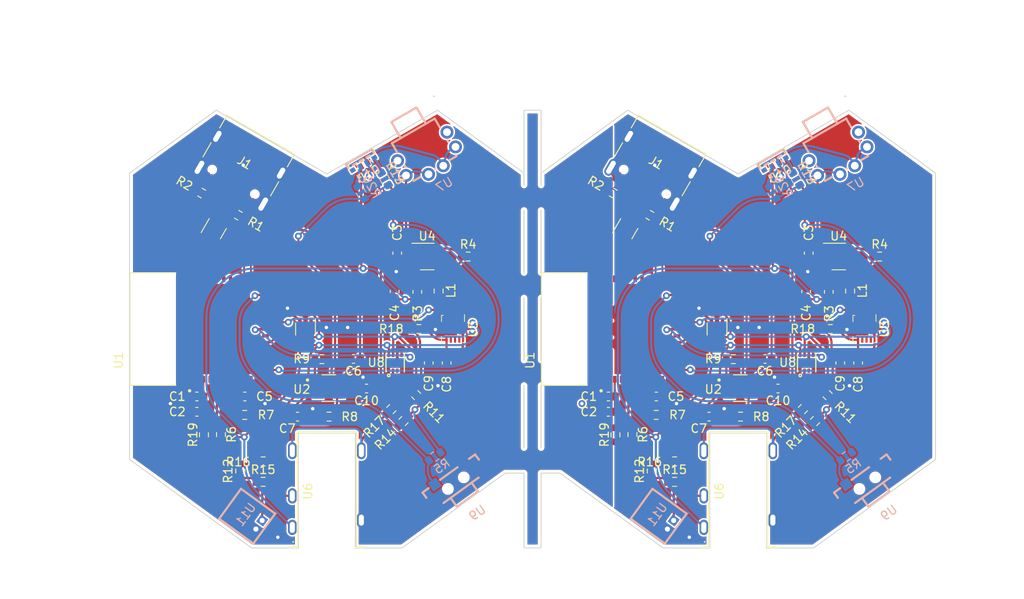
<source format=kicad_pcb>
(kicad_pcb (version 20221018) (generator pcbnew)
  (layers (0 "F.Cu" signal) (31 "B.Cu" signal) (34 "B.Paste" user) (35 "F.Paste" user) (36 "B.SilkS" user "B.Silkscreen") (37 "F.SilkS" user "F.Silkscreen") (38 "B.Mask" user) (39 "F.Mask" user) (44 "Edge.Cuts" user))
  (net 0 "")
  (net 1 "Board_0-+3V3")
  (net 2 "Board_0-/ADC")
  (net 3 "Board_0-/BMI_INT_AUX")
  (net 4 "Board_0-/BMI_INT_MAIN")
  (net 5 "Board_0-/BOOT")
  (net 6 "Board_0-/EN")
  (net 7 "Board_0-/GPIO2")
  (net 8 "Board_0-/GPIO4")
  (net 9 "Board_0-/SCL")
  (net 10 "Board_0-/SDA")
  (net 11 "Board_0-/STATUS_LED")
  (net 12 "Board_0-/USB_D+")
  (net 13 "Board_0-/USB_D-")
  (net 14 "Board_0-/VCC_RAW")
  (net 15 "Board_0-GND")
  (net 16 "Board_0-Net-(J1-CC1)")
  (net 17 "Board_0-Net-(J1-CC2)")
  (net 18 "Board_0-Net-(R10-Pad2)")
  (net 19 "Board_0-Net-(R13-Pad1)")
  (net 20 "Board_0-Net-(R14-Pad2)")
  (net 21 "Board_0-Net-(R15-Pad2)")
  (net 22 "Board_0-Net-(R20-Pad2)")
  (net 23 "Board_0-Net-(U1-3V3)")
  (net 24 "Board_0-Net-(U2-ISET)")
  (net 25 "Board_0-Net-(U2-TS)")
  (net 26 "Board_0-Net-(U2-~{CHG})")
  (net 27 "Board_0-Net-(U3-VDD)")
  (net 28 "Board_0-Net-(U4-FB)")
  (net 29 "Board_0-Net-(U4-SW)")
  (net 30 "Board_0-VBUS")
  (net 31 "Board_0-VCC")
  (net 32 "Board_0-unconnected-(J1-SBU1-PadA8)")
  (net 33 "Board_0-unconnected-(J1-SBU2-PadB8)")
  (net 34 "Board_0-unconnected-(U1-IO1-Pad13)")
  (net 35 "Board_0-unconnected-(U1-IO7-Pad21)")
  (net 36 "Board_0-unconnected-(U1-NC-Pad10)")
  (net 37 "Board_0-unconnected-(U1-NC-Pad15)")
  (net 38 "Board_0-unconnected-(U1-NC-Pad17)")
  (net 39 "Board_0-unconnected-(U1-NC-Pad24)")
  (net 40 "Board_0-unconnected-(U1-NC-Pad25)")
  (net 41 "Board_0-unconnected-(U1-NC-Pad28)")
  (net 42 "Board_0-unconnected-(U1-NC-Pad29)")
  (net 43 "Board_0-unconnected-(U1-NC-Pad32)")
  (net 44 "Board_0-unconnected-(U1-NC-Pad33)")
  (net 45 "Board_0-unconnected-(U1-NC-Pad34)")
  (net 46 "Board_0-unconnected-(U1-NC-Pad35)")
  (net 47 "Board_0-unconnected-(U1-NC-Pad4)")
  (net 48 "Board_0-unconnected-(U1-NC-Pad7)")
  (net 49 "Board_0-unconnected-(U1-NC-Pad9)")
  (net 50 "Board_0-unconnected-(U1-RXD0-Pad30)")
  (net 51 "Board_0-unconnected-(U1-TXD0-Pad31)")
  (net 52 "Board_0-unconnected-(U10---Pad1)")
  (net 53 "Board_0-unconnected-(U10---Pad3)")
  (net 54 "Board_0-unconnected-(U12-Pad1)")
  (net 55 "Board_0-unconnected-(U12-Pad3)")
  (net 56 "Board_0-unconnected-(U13---Pad4)")
  (net 57 "Board_0-unconnected-(U3-ASCx-Pad3)")
  (net 58 "Board_0-unconnected-(U3-ASDx-Pad2)")
  (net 59 "Board_0-unconnected-(U3-INT2-Pad9)")
  (net 60 "Board_0-unconnected-(U3-OCSB-Pad10)")
  (net 61 "Board_0-unconnected-(U3-OSDO-Pad11)")
  (net 62 "Board_0-unconnected-(U5-Pad1)")
  (net 63 "Board_0-unconnected-(U7-Pad1)")
  (net 64 "Board_0-unconnected-(U7-Pad3)")
  (net 65 "Board_1-+3V3")
  (net 66 "Board_1-/ADC")
  (net 67 "Board_1-/BMI_INT_AUX")
  (net 68 "Board_1-/BMI_INT_MAIN")
  (net 69 "Board_1-/BOOT")
  (net 70 "Board_1-/EN")
  (net 71 "Board_1-/GPIO2")
  (net 72 "Board_1-/GPIO4")
  (net 73 "Board_1-/SCL")
  (net 74 "Board_1-/SDA")
  (net 75 "Board_1-/STATUS_LED")
  (net 76 "Board_1-/USB_D+")
  (net 77 "Board_1-/USB_D-")
  (net 78 "Board_1-/VCC_RAW")
  (net 79 "Board_1-GND")
  (net 80 "Board_1-Net-(J1-CC1)")
  (net 81 "Board_1-Net-(J1-CC2)")
  (net 82 "Board_1-Net-(R10-Pad2)")
  (net 83 "Board_1-Net-(R13-Pad1)")
  (net 84 "Board_1-Net-(R14-Pad2)")
  (net 85 "Board_1-Net-(R15-Pad2)")
  (net 86 "Board_1-Net-(R20-Pad2)")
  (net 87 "Board_1-Net-(U1-3V3)")
  (net 88 "Board_1-Net-(U2-ISET)")
  (net 89 "Board_1-Net-(U2-TS)")
  (net 90 "Board_1-Net-(U2-~{CHG})")
  (net 91 "Board_1-Net-(U3-VDD)")
  (net 92 "Board_1-Net-(U4-FB)")
  (net 93 "Board_1-Net-(U4-SW)")
  (net 94 "Board_1-VBUS")
  (net 95 "Board_1-VCC")
  (net 96 "Board_1-unconnected-(J1-SBU1-PadA8)")
  (net 97 "Board_1-unconnected-(J1-SBU2-PadB8)")
  (net 98 "Board_1-unconnected-(U1-IO1-Pad13)")
  (net 99 "Board_1-unconnected-(U1-IO7-Pad21)")
  (net 100 "Board_1-unconnected-(U1-NC-Pad10)")
  (net 101 "Board_1-unconnected-(U1-NC-Pad15)")
  (net 102 "Board_1-unconnected-(U1-NC-Pad17)")
  (net 103 "Board_1-unconnected-(U1-NC-Pad24)")
  (net 104 "Board_1-unconnected-(U1-NC-Pad25)")
  (net 105 "Board_1-unconnected-(U1-NC-Pad28)")
  (net 106 "Board_1-unconnected-(U1-NC-Pad29)")
  (net 107 "Board_1-unconnected-(U1-NC-Pad32)")
  (net 108 "Board_1-unconnected-(U1-NC-Pad33)")
  (net 109 "Board_1-unconnected-(U1-NC-Pad34)")
  (net 110 "Board_1-unconnected-(U1-NC-Pad35)")
  (net 111 "Board_1-unconnected-(U1-NC-Pad4)")
  (net 112 "Board_1-unconnected-(U1-NC-Pad7)")
  (net 113 "Board_1-unconnected-(U1-NC-Pad9)")
  (net 114 "Board_1-unconnected-(U1-RXD0-Pad30)")
  (net 115 "Board_1-unconnected-(U1-TXD0-Pad31)")
  (net 116 "Board_1-unconnected-(U10---Pad1)")
  (net 117 "Board_1-unconnected-(U10---Pad3)")
  (net 118 "Board_1-unconnected-(U12-Pad1)")
  (net 119 "Board_1-unconnected-(U12-Pad3)")
  (net 120 "Board_1-unconnected-(U13---Pad4)")
  (net 121 "Board_1-unconnected-(U3-ASCx-Pad3)")
  (net 122 "Board_1-unconnected-(U3-ASDx-Pad2)")
  (net 123 "Board_1-unconnected-(U3-INT2-Pad9)")
  (net 124 "Board_1-unconnected-(U3-OCSB-Pad10)")
  (net 125 "Board_1-unconnected-(U3-OSDO-Pad11)")
  (net 126 "Board_1-unconnected-(U5-Pad1)")
  (net 127 "Board_1-unconnected-(U7-Pad1)")
  (net 128 "Board_1-unconnected-(U7-Pad3)")
  (footprint "CosmicLSM_Footprints:SOT-363_SC-70-6" (layer "F.Cu") (at 111.211234 33.918603 60)
    (fp_text reference "U12" hide)
    (fp_text value "SMF05CT1G" hide)
  )
  (footprint "Capacitor_SMD:C_0603_1608Metric" (layer "F.Cu") (at 169.207983 55.991609)
    (fp_text reference "C7")
    (fp_text value "1u")
  )
  (footprint "Package_TO_SOT_SMD:SOT-23-5" (layer "F.Cu") (at 184.427703 37.188027)
    (fp_text reference "U4")
    (fp_text value "M3406")
  )
  (footprint "DFN-8_L2.0-W2.0-P0.50-BL-EP:DFN-8_L2.0-W2.0-P0.50-BL-EP" (layer "F.Cu") (at 180.66301 49.671108)
    (fp_text reference "U8")
    (fp_text value "MAX17048G+T10")
  )
  (footprint "Package_TO_SOT_SMD:SOT-23-5" (layer "F.Cu") (at 136.138204 37.188027)
    (fp_text reference "U4")
    (fp_text value "M3406")
  )
  (footprint "Resistor_SMD:R_0603_1608Metric" (layer "F.Cu") (at 157.959605 29.737929 150)
    (fp_text reference "R2")
    (fp_text value "5k1")
  )
  (footprint "Capacitor_SMD:C_0603_1608Metric" (layer "F.Cu") (at 129.018493 52.691606 180)
    (fp_text reference "C10")
    (fp_text value "0.1u")
  )
  (footprint "Capacitor_SMD:C_0603_1608Metric" (layer "F.Cu") (at 127.487837 49.210201 180)
    (fp_text reference "C6")
    (fp_text value "4.7u")
  )
  (footprint "BQ21040DBVR:SOT95P280X145-6N" (layer "F.Cu") (at 124.588307 52.641009)
    (fp_text reference "U2")
    (fp_text value "BQ21040DBVR" hide)
  )
  (footprint "Resistor_SMD:R_0603_1608Metric" (layer "F.Cu") (at 123.775706 49.238022 180)
    (fp_text reference "R9")
    (fp_text value "10k")
  )
  (footprint "Resistor_SMD:R_0603_1608Metric" (layer "F.Cu") (at 113.971893 32.337018 -30)
    (fp_text reference "R1")
    (fp_text value "5k1")
  )
  (footprint "CosmicLSM_Footprints:SOT-363_SC-70-6" (layer "F.Cu") (at 159.500733 33.918603 60)
    (fp_text reference "U12" hide)
    (fp_text value "SMF05CT1G" hide)
  )
  (footprint "Resistor_SMD:R_0603_1608Metric" (layer "F.Cu") (at 140.943491 37.19161)
    (fp_text reference "R4")
    (fp_text value "150k")
  )
  (footprint "LED-SMD_FM-3510RGBA-SG:LED-SMD_FM-3510RGBA-SG" (layer "F.Cu") (at 176.983693 26.369634 30)
    (fp_text reference "U10")
    (fp_text value "FM-3510RGBA-SG")
  )
  (footprint "Resistor_SMD:R_0603_1608Metric" (layer "F.Cu") (at 116.880627 61.246832)
    (fp_text reference "R16")
    (fp_text value "220")
  )
  (footprint "Resistor_SMD:R_0603_1608Metric" (layer "F.Cu") (at 158.223485 58.124846 90)
    (fp_text reference "R19")
    (fp_text value "220")
  )
  (footprint "Capacitor_SMD:C_0603_1608Metric" (layer "F.Cu") (at 114.734011 53.624854)
    (fp_text reference "C5")
    (fp_text value "1u")
  )
  (footprint "Capacitor_SMD:C_0603_1608Metric" (layer "F.Cu") (at 120.918484 55.991609)
    (fp_text reference "C7")
    (fp_text value "1u")
  )
  (footprint "Capacitor_SMD:C_0603_1608Metric" (layer "F.Cu") (at 157.398502 53.624864 180)
    (fp_text reference "C1")
    (fp_text value "100n")
  )
  (footprint "Package_LGA:Bosch_LGA-14_3x2.5mm_P0.5mm" (layer "F.Cu") (at 187.44476 45.705852 -90)
    (fp_text reference "U3")
    (fp_text value "BMI270")
  )
  (footprint "LED-SMD_FM-3510RGBA-SG:LED-SMD_FM-3510RGBA-SG" (layer "F.Cu") (at 128.694194 26.369634 30)
    (fp_text reference "U10")
    (fp_text value "FM-3510RGBA-SG")
  )
  (footprint "Capacitor_SMD:C_0603_1608Metric" (layer "F.Cu") (at 175.777336 49.210201 180)
    (fp_text reference "C6")
    (fp_text value "4.7u")
  )
  (footprint "Capacitor_SMD:C_0603_1608Metric" (layer "F.Cu") (at 109.109003 53.624864 180)
    (fp_text reference "C1")
    (fp_text value "100n")
  )
  (footprint "Resistor_SMD:R_0603_1608Metric" (layer "F.Cu") (at 172.065205 49.238022 180)
    (fp_text reference "R9")
    (fp_text value "10k")
  )
  (footprint "Resistor_SMD:R_0603_1608Metric" (layer "F.Cu") (at 163.007991 55.791609 180)
    (fp_text reference "R7")
    (fp_text value "5k1")
  )
  (footprint "Capacitor_SMD:C_0603_1608Metric" (layer "F.Cu") (at 132.318484 41.291611 90)
    (fp_text reference "C4")
    (fp_text value "10u")
  )
  (footprint "Resistor_SMD:R_0603_1608Metric" (layer "F.Cu") (at 165.170122 63.650988)
    (fp_text reference "R15")
    (fp_text value "4k7")
  )
  (footprint "Capacitor_SMD:C_0603_1608Metric" (layer "F.Cu") (at 184.607991 49.69161 -90)
    (fp_text reference "C9")
    (fp_text value "100n")
  )
  (footprint "Capacitor_SMD:C_0603_1608Metric" (layer "F.Cu") (at 186.707985 49.691612 -90)
    (fp_text reference "C8")
    (fp_text value "100n")
  )
  (footprint "AUDIO-TH_ST-0277D00-052-142:AUDIO-TH_ST-0277D00-052-142" (layer "F.Cu") (at 124.355279 64.499856 90)
    (fp_text reference "U6")
    (fp_text value "ST-0277D00-052-142" hide)
  )
  (footprint "Resistor_SMD:R_0603_1608Metric" (layer "F.Cu") (at 185.765208 41.238031 90)
    (fp_text reference "R3")
    (fp_text value "680k")
  )
  (footprint "Resistor_SMD:R_0603_1608Metric" (layer "F.Cu") (at 109.933986 58.124846 90)
    (fp_text reference "R19")
    (fp_text value "220")
  )
  (footprint "BQ21040DBVR:SOT95P280X145-6N" (layer "F.Cu") (at 172.877806 52.641009)
    (fp_text reference "U2")
    (fp_text value "BQ21040DBVR" hide)
  )
  (footprint "Capacitor_SMD:C_0603_1608Metric" (layer "F.Cu") (at 163.02351 53.624854)
    (fp_text reference "C5")
    (fp_text value "1u")
  )
  (footprint "Resistor_SMD:R_0603_1608Metric" (layer "F.Cu") (at 114.718492 55.791609 180)
    (fp_text reference "R7")
    (fp_text value "5k1")
  )
  (footprint "Capacitor_SMD:C_0603_1608Metric" (layer "F.Cu") (at 132.618487 36.791604 -90)
    (fp_text reference "C3")
    (fp_text value "4.7u")
  )
  (footprint "DFN-8_L2.0-W2.0-P0.50-BL-EP:DFN-8_L2.0-W2.0-P0.50-BL-EP" (layer "F.Cu") (at 132.373511 49.671108)
    (fp_text reference "U8")
    (fp_text value "MAX17048G+T10")
  )
  (footprint "Capacitor_SMD:C_0603_1608Metric" (layer "F.Cu") (at 177.307992 52.691606 180)
    (fp_text reference "C10")
    (fp_text value "0.1u")
  )
  (footprint "Resistor_SMD:R_0603_1608Metric" (layer "F.Cu") (at 189.23299 37.19161)
    (fp_text reference "R4")
    (fp_text value "150k")
  )
  (footprint "Inductor_SMD:L_0603_1608Metric_Pad1.05x0.95mm_HandSolder" (layer "F.Cu") (at 134.975696 41.33804 -90)
    (fp_text reference "L1")
    (fp_text value "2.2uH")
  )
  (footprint "Capacitor_SMD:C_0603_1608Metric" (layer "F.Cu") (at 109.108988 55.424864 180)
    (fp_text reference "C2")
    (fp_text value "1u")
  )
  (footprint "Package_LGA:Bosch_LGA-14_3x2.5mm_P0.5mm" (layer "F.Cu") (at 139.155261 45.705852 -90)
    (fp_text reference "U3")
    (fp_text value "BMI270")
  )
  (footprint "Resistor_SMD:R_0603_1608Metric" (layer "F.Cu") (at 180.220361 55.106128 -135)
    (fp_text reference "R17")
    (fp_text value "220")
  )
  (footprint "Resistor_SMD:R_0603_1608Metric" (layer "F.Cu") (at 109.670106 29.737929 150)
    (fp_text reference "R2")
    (fp_text value "5k1")
  )
  (footprint "Resistor_SMD:R_0603_1608Metric" (layer "F.Cu") (at 124.618489 55.991605)
    (fp_text reference "R8")
    (fp_text value "680R" hide)
  )
  (footprint "Capacitor_SMD:C_0603_1608Metric" (layer "F.Cu") (at 157.398487 55.424864 180)
    (fp_text reference "C2")
    (fp_text value "1u")
  )
  (footprint "Resistor_SMD:R_0603_1608Metric" (layer "F.Cu") (at 133.356205 56.509208 -135)
    (fp_text reference "R14")
    (fp_text value "4k7")
  )
  (footprint "CosmicLSM_Footprints:SOT-363_SC-70-6" (layer "F.Cu") (at 121.855276 45.705851 -90)
    (fp_text reference "U5" hide)
    (fp_text value "SMF05CT1G" hide)
  )
  (footprint "Connector_USB:USB_C_Receptacle_G-Switch_GT-USB-7010ASV" (layer "F.Cu") (at 114.712869 26.165294 150)
    (fp_text reference "J1")
    (fp_text value "USB_C_Receptacle_USB2.0")
  )
  (footprint "ESP32-C3-Mini-1-N4:XCVR_ESP32-C3-MINI-1-N4" (layer "F.Cu") (at 109.555248 45.705865 90)
    (fp_text reference "U1")
    (fp_text value "ESP32-C3-MINI-1-N4")
  )
  (footprint "Resistor_SMD:R_0603_1608Metric" (layer "F.Cu") (at 114.193616 62.378189 90)
    (fp_text reference "R12")
    (fp_text value "5k1")
  )
  (footprint "Resistor_SMD:R_0603_1608Metric" (layer "F.Cu") (at 183.130621 53.46865 135)
    (fp_text reference "R11")
    (fp_text value "5k1")
  )
  (footprint "Resistor_SMD:R_0603_1608Metric" (layer "F.Cu") (at 179.442071 28.087498 -60)
    (fp_text reference "R13")
    (fp_text value "3k")
  )
  (footprint "Resistor_SMD:R_0603_1608Metric" (layer "F.Cu") (at 137.475709 41.238031 90)
    (fp_text reference "R3")
    (fp_text value "680k")
  )
  (footprint "Resistor_SMD:R_0603_1608Metric" (layer "F.Cu") (at 172.907988 55.991605)
    (fp_text reference "R8")
    (fp_text value "680R" hide)
  )
  (footprint "Resistor_SMD:R_0603_1608Metric" (layer "F.Cu") (at 165.170126 61.246832)
    (fp_text reference "R16")
    (fp_text value "220")
  )
  (footprint "Resistor_SMD:R_0603_1608Metric" (layer "F.Cu") (at 116.880623 63.650988)
    (fp_text reference "R15")
    (fp_text value "4k7")
  )
  (footprint "Resistor_SMD:R_0603_1608Metric" (layer "F.Cu") (at 134.841122 53.46865 135)
    (fp_text reference "R11")
    (fp_text value "5k1")
  )
  (footprint "Capacitor_SMD:C_0603_1608Metric" (layer "F.Cu") (at 180.907986 36.791604 -90)
    (fp_text reference "C3")
    (fp_text value "4.7u")
  )
  (footprint "Resistor_SMD:R_0603_1608Metric" (layer "F.Cu") (at 162.261392 32.337018 -30)
    (fp_text reference "R1")
    (fp_text value "5k1")
  )
  (footprint "AUDIO-TH_ST-0277D00-052-142:AUDIO-TH_ST-0277D00-052-142" (layer "F.Cu") (at 172.644778 64.499856 90)
    (fp_text reference "U6")
    (fp_text value "ST-0277D00-052-142" hide)
  )
  (footprint "Resistor_SMD:R_0603_1608Metric" (layer "F.Cu") (at 183.44476 45.705876)
    (fp_text reference "R18")
    (fp_text value "220")
  )
  (footprint "Resistor_SMD:R_0603_1608Metric" (layer "F.Cu") (at 111.933992 58.099855 -90)
    (fp_text reference "R6")
    (fp_text value "5k1")
  )
  (footprint "Resistor_SMD:R_0603_1608Metric" (layer "F.Cu") (at 131.930862 55.106128 -135)
    (fp_text reference "R17")
    (fp_text value "220")
  )
  (footprint "Resistor_SMD:R_0603_1608Metric" (layer "F.Cu") (at 162.483115 62.378189 90)
    (fp_text reference "R12")
    (fp_text value "5k1")
  )
  (footprint "Resistor_SMD:R_0603_1608Metric" (layer "F.Cu") (at 160.223491 58.099855 -90)
    (fp_text reference "R6")
    (fp_text value "5k1")
  )
  (footprint "Inductor_SMD:L_0603_1608Metric_Pad1.05x0.95mm_HandSolder" (layer "F.Cu") (at 183.265195 41.33804 -90)
    (fp_text reference "L1")
    (fp_text value "2.2uH")
  )
  (footprint "Resistor_SMD:R_0603_1608Metric" (layer "F.Cu") (at 135.155261 45.705876)
    (fp_text reference "R18")
    (fp_text value "220")
  )
  (footprint "Connector_USB:USB_C_Receptacle_G-Switch_GT-USB-7010ASV" (layer "F.Cu") (at 163.002368 26.165294 150)
    (fp_text reference "J1")
    (fp_text value "USB_C_Receptacle_USB2.0")
  )
  (footprint "Resistor_SMD:R_0603_1608Metric" (layer "F.Cu") (at 131.152572 28.087498 -60)
    (fp_text reference "R13")
    (fp_text value "3k")
  )
  (footprint "CosmicLSM_Footprints:SOT-363_SC-70-6" (layer "F.Cu") (at 170.144775 45.705851 -90)
    (fp_text reference "U5" hide)
    (fp_text value "SMF05CT1G" hide)
  )
  (footprint "Capacitor_SMD:C_0603_1608Metric" (layer "F.Cu") (at 180.607983 41.291611 90)
    (fp_text reference "C4")
    (fp_text value "10u")
  )
  (footprint "ESP32-C3-Mini-1-N4:XCVR_ESP32-C3-MINI-1-N4" (layer "F.Cu") (at 157.844747 45.705865 90)
    (fp_text reference "U1")
    (fp_text value "ESP32-C3-MINI-1-N4")
  )
  (footprint "Capacitor_SMD:C_0603_1608Metric" (layer "F.Cu") (at 136.318492 49.69161 -90)
    (fp_text reference "C9")
    (fp_text value "100n")
  )
  (footprint "Capacitor_SMD:C_0603_1608Metric" (layer "F.Cu") (at 138.418486 49.691612 -90)
    (fp_text reference "C8")
    (fp_text value "100n")
  )
  (footprint "Resistor_SMD:R_0603_1608Metric" (layer "F.Cu") (at 181.645704 56.509208 -135)
    (fp_text reference "R14")
    (fp_text value "4k7")
  )
  (footprint "Resistor_SMD:R_0603_1608Metric" (layer "B.Cu") (at 176.670798 29.687488 120)
    (fp_text reference "R20")
    (fp_text value "3k")
  )
  (footprint "Resistor_SMD:R_0603_1608Metric" (layer "B.Cu") (at 179.442071 28.087498 120)
    (fp_text reference "R10")
    (fp_text value "3k")
  )
  (footprint "Resistor_SMD:R_0603_1608Metric" (layer "B.Cu") (at 137.01317 60.667794 36)
    (fp_text reference "R5")
    (fp_text value "5k1")
  )
  (footprint "Resistor_SMD:R_0603_1608Metric" (layer "B.Cu") (at 131.152572 28.087498 120)
    (fp_text reference "R10")
    (fp_text value "3k")
  )
  (footprint "SW-TH_TK-6580A8-1:SW-TH_TK-6580A8-1" (layer "B.Cu") (at 184.645871 25.64093 30)
    (fp_text reference "U7")
    (fp_text value "TK-6580A8-1")
  )
  (footprint "Resistor_SMD:R_0603_1608Metric" (layer "B.Cu") (at 185.302669 60.667794 36)
    (fp_text reference "R5")
    (fp_text value "5k1")
  )
  (footprint "SW-TH_TK-6580A8-1:SW-TH_TK-6580A8-1" (layer "B.Cu") (at 136.356372 25.64093 30)
    (fp_text reference "U7")
    (fp_text value "TK-6580A8-1")
  )
  (footprint "SW-SMD_YTSB001XXXX:SW-SMD_YTSB001XXXX" (layer "B.Cu") (at 187.540333 63.482714 36)
    (fp_text reference "U9")
    (fp_text value "TSB001A3526A02")
  )
  (footprint "Resistor_SMD:R_0603_1608Metric" (layer "B.Cu") (at 128.381299 29.687488 120)
    (fp_text reference "R20")
    (fp_text value "3k")
  )
  (footprint "LED-SMD_FM-3510RGBA-SG:LED-SMD_FM-3510RGBA-SG" (layer "B.Cu") (at 128.694194 26.369634 -150)
    (fp_text reference "U13")
    (fp_text value "FM-3510RGBA-SG")
  )
  (footprint "LED-SMD_FM-3510RGBA-SG:LED-SMD_FM-3510RGBA-SG" (layer "B.Cu") (at 176.983693 26.369634 -150)
    (fp_text reference "U13")
    (fp_text value "FM-3510RGBA-SG")
  )
  (footprint "CONN-TH_1.25T-2AW:CONN-TH_1.25T-2AW" (layer "B.Cu") (at 164.690833 68.694237 -126)
    (fp_text reference "U11")
    (fp_text value "1_25T-2AW_C722634")
  )
  (footprint "CONN-TH_1.25T-2AW:CONN-TH_1.25T-2AW" (layer "B.Cu") (at 116.401334 68.694237 -126)
    (fp_text reference "U11")
    (fp_text value "1_25T-2AW_C722634")
  )
  (footprint "SW-SMD_YTSB001XXXX:SW-SMD_YTSB001XXXX" (layer "B.Cu") (at 139.250834 63.482714 36)
    (fp_text reference "U9")
    (fp_text value "TSB001A3526A02")
  )
  (gr_line (start 137.3316 20.000011) (end 124.355258 27.491884) (stroke (width 0.1)) (layer "Edge.Cuts"))
  (gr_line (start 149.500004 52.347033) (end 149.500005 59.629378) (stroke (width 0.1)) (layer "Edge.Cuts"))
  (gr_line (start 147.5 31.782344) (end 147.5 39.064689) (stroke (width 0.1)) (layer "Edge.Cuts"))
  (gr_line (start 149.500005 59.629378) (end 149.5 59.629378) (stroke (width 0.1)) (layer "Edge.Cuts"))
  (gr_line (start 149.5 27.387775) (end 149.5 20) (stroke (width 0.1)) (layer "Edge.Cuts"))
  (gr_line (start 147.499993 27.387791) (end 137.3316 20.000011) (stroke (width 0.1)) (layer "Edge.Cuts"))
  (gr_line (start 147.499999 59.629378) (end 147.499998 52.347033) (stroke (width 0.1)) (layer "Edge.Cuts"))
  (gr_line (start 147.499993 31.782344) (end 147.5 31.782344) (stroke (width 0.1)) (layer "Edge.Cuts"))
  (gr_line (start 147.5 52.347033) (end 147.5 59.629378) (stroke (width 0.1)) (layer "Edge.Cuts"))
  (gr_line (start 147.499993 27.387791) (end 147.499993 27.387791) (stroke (width 0.1)) (layer "Edge.Cuts"))
  (gr_line (start 147.5 28.782344) (end 147.499993 28.782344) (stroke (width 0.1)) (layer "Edge.Cuts"))
  (gr_line (start 169.294764 57.911709) (end 175.994751 57.91172) (stroke (width 0.1)) (layer "Edge.Cuts"))
  (gr_line (start 147.5 49.347033) (end 147.499997 49.347033) (stroke (width 0.1)) (layer "Edge.Cuts"))
  (gr_line (start 127.705249 71.411715) (end 133.195765 71.411715) (stroke (width 0.1)) (layer "Edge.Cuts"))
  (gr_line (start 121.005265 57.911709) (end 127.705252 57.91172) (stroke (width 0.1)) (layer "Edge.Cuts"))
  (gr_line (start 181.485264 71.411715) (end 195.789499 61.019093) (stroke (width 0.1)) (layer "Edge.Cuts"))
  (gr_line (start 147.5 62.629378) (end 147.5 71.411723) (stroke (width 0.1)) (layer "Edge.Cuts"))
  (gr_line (start 111.378926 20) (end 101.210501 27.387775) (stroke (width 0.1)) (layer "Edge.Cuts"))
  (gr_line (start 149.500002 42.064689) (end 149.500003 49.347033) (stroke (width 0.1)) (layer "Edge.Cuts"))
  (gr_line (start 147.5 49.347033) (end 147.5 49.347033) (stroke (width 0.1)) (layer "Edge.Cuts"))
  (gr_line (start 149.5 52.347033) (end 149.500004 52.347033) (stroke (width 0.1)) (layer "Edge.Cuts"))
  (gr_line (start 159.668425 20) (end 149.5 27.387775) (stroke (width 0.1)) (layer "Edge.Cuts"))
  (gr_line (start 149.5 31.782344) (end 149.500002 39.064689) (stroke (width 0.1)) (layer "Edge.Cuts"))
  (gr_line (start 101.210507 61.019084) (end 115.514754 71.411723) (stroke (width 0.1)) (layer "Edge.Cuts"))
  (gr_line (start 172.644757 27.491884) (end 159.668425 20) (stroke (width 0.1)) (layer "Edge.Cuts"))
  (gr_line (start 149.5 42.064689) (end 149.5 42.064689) (stroke (width 0.1)) (layer "Edge.Cuts"))
  (gr_line (start 147.5 39.064689) (end 147.499995 39.064689) (stroke (width 0.1)) (layer "Edge.Cuts"))
  (gr_line (start 149.5 27.387775) (end 149.5 28.782344) (stroke (width 0.1)) (layer "Edge.Cuts"))
  (gr_line (start 149.5 49.347033) (end 149.5 42.064689) (stroke (width 0.1)) (layer "Edge.Cuts"))
  (gr_line (start 195.789492 27.387791) (end 185.621099 20.000011) (stroke (width 0.1)) (layer "Edge.Cuts"))
  (gr_line (start 175.994748 71.411715) (end 181.485264 71.411715) (stroke (width 0.1)) (layer "Edge.Cuts"))
  (gr_line (start 147.5 42.064689) (end 147.5 49.347033) (stroke (width 0.1)) (layer "Edge.Cuts"))
  (gr_line (start 147.499998 52.347033) (end 147.5 52.347033) (stroke (width 0.1)) (layer "Edge.Cuts"))
  (gr_line (start 101.210501 27.387775) (end 101.210507 61.019084) (stroke (width 0.1)) (layer "Edge.Cuts"))
  (gr_line (start 149.500002 39.064689) (end 149.5 39.064689) (stroke (width 0.1)) (layer "Edge.Cuts"))
  (gr_line (start 195.789499 61.019093) (end 195.789492 27.387791) (stroke (width 0.1)) (layer "Edge.Cuts"))
  (gr_line (start 149.5 28.782344) (end 149.5 28.782344) (stroke (width 0.1)) (layer "Edge.Cuts"))
  (gr_line (start 151.716387 62.629378) (end 163.804253 71.411723) (stroke (width 0.1)) (layer "Edge.Cuts"))
  (gr_line (start 149.5 39.064689) (end 149.5 31.782344) (stroke (width 0.1)) (layer "Edge.Cuts"))
  (gr_line (start 149.5 59.629378) (end 149.5 52.347033) (stroke (width 0.1)) (layer "Edge.Cuts"))
  (gr_line (start 133.195765 71.411715) (end 145.283629 62.629378) (stroke (width 0.1)) (layer "Edge.Cuts"))
  (gr_line (start 149.5 42.064689) (end 149.500002 42.064689) (stroke (width 0.1)) (layer "Edge.Cuts"))
  (gr_line (start 149.5 28.782344) (end 149.5 27.387775) (stroke (width 0.1)) (layer "Edge.Cuts"))
  (gr_line (start 147.499996 42.064689) (end 147.5 42.064689) (stroke (width 0.1)) (layer "Edge.Cuts"))
  (gr_line (start 185.621099 20.000011) (end 172.644757 27.491884) (stroke (width 0.1)) (layer "Edge.Cuts"))
  (gr_line (start 147.5 59.629378) (end 147.499999 59.629378) (stroke (width 0.1)) (layer "Edge.Cuts"))
  (gr_line (start 149.5 28.782344) (end 149.5 28.782344) (stroke (width 0.1)) (layer "Edge.Cuts"))
  (gr_line (start 145.283629 62.629378) (end 147.5 62.629378) (stroke (width 0.1)) (layer "Edge.Cuts"))
  (gr_line (start 149.5 71.411723) (end 149.5 62.629378) (stroke (width 0.1)) (layer "Edge.Cuts"))
  (gr_line (start 124.355258 27.491884) (end 111.378926 20) (stroke (width 0.1)) (layer "Edge.Cuts"))
  (gr_line (start 149.5 20) (end 147.5 20) (stroke (width 0.1)) (layer "Edge.Cuts"))
  (gr_line (start 149.5 31.782344) (end 149.5 31.782344) (stroke (width 0.1)) (layer "Edge.Cuts"))
  (gr_line (start 147.499997 49.347033) (end 147.499996 42.064689) (stroke (width 0.1)) (layer "Edge.Cuts"))
  (gr_line (start 175.994751 57.91172) (end 175.994748 71.411715) (stroke (width 0.1)) (layer "Edge.Cuts"))
  (gr_line (start 169.294756 71.411709) (end 169.294764 57.911709) (stroke (width 0.1)) (layer "Edge.Cuts"))
  (gr_line (start 147.5 20) (end 147.5 28.782344) (stroke (width 0.1)) (layer "Edge.Cuts"))
  (gr_line (start 149.5 62.629378) (end 151.716387 62.629378) (stroke (width 0.1)) (layer "Edge.Cuts"))
  (gr_line (start 127.705252 57.91172) (end 127.705249 71.411715) (stroke (width 0.1)) (layer "Edge.Cuts"))
  (gr_line (start 147.499995 39.064689) (end 147.499993 31.782344) (stroke (width 0.1)) (layer "Edge.Cuts"))
  (gr_line (start 147.499993 28.782344) (end 147.499993 27.387791) (stroke (width 0.1)) (layer "Edge.Cuts"))
  (gr_line (start 147.5 39.064689) (end 147.5 39.064689) (stroke (width 0.1)) (layer "Edge.Cuts"))
  (gr_line (start 163.804253 71.411723) (end 169.294756 71.411709) (stroke (width 0.1)) (layer "Edge.Cuts"))
  (gr_line (start 149.500003 49.347033) (end 149.5 49.347033) (stroke (width 0.1)) (layer "Edge.Cuts"))
  (gr_line (start 121.005257 71.411709) (end 121.005265 57.911709) (stroke (width 0.1)) (layer "Edge.Cuts"))
  (gr_line (start 115.514754 71.411723) (end 121.005257 71.411709) (stroke (width 0.1)) (layer "Edge.Cuts"))
  (gr_line (start 147.5 71.411723) (end 149.5 71.411723) (stroke (width 0.1)) (layer "Edge.Cuts"))
  (gr_line (start 147.5 52.347033) (end 147.5 52.347033) (stroke (width 0.1)) (layer "Edge.Cuts"))
  (gr_line (start 149.5 31.782344) (end 149.5 31.782344) (stroke (width 0.1)) (layer "Edge.Cuts"))
  (gr_line (start 149.5 52.347033) (end 149.5 52.347033) (stroke (width 0.1)) (layer "Edge.Cuts"))
  (segment (start 116.018487 56.99161) (end 114.69593 58.314166) (width 0.25) (layer "F.Cu") (net 1))
  (segment (start 132.39171 42.139821) (end 132.318499 42.066598) (width 0.25) (layer "F.Cu") (net 1))
  (segment (start 116.018488 56.19161) (end 115.645008 55.818129) (width 0.25) (layer "F.Cu") (net 1))
  (segment (start 134.9757 42.319092) (end 134.975693 42.452307) (width 0.25) (layer "F.Cu") (net 1))
  (segment (start 139.905261 44.230467) (end 139.905261 44.443352) (width 0.25) (layer "F.Cu") (net 1))
  (segment (start 112.12806 58.58567) (end 111.9853 58.728428) (width 0.25) (layer "F.Cu") (net 1))
  (segment (start 135.424495 54.24646) (end 135.424501 54.05201) (width 0.25) (layer "F.Cu") (net 1))
  (segment (start 128.553048 38.426164) (end 128.718486 38.591609) (width 0.25) (layer "F.Cu") (net 1))
  (segment (start 115.831724 63.427093) (end 116.055621 63.650988) (width 0.25) (layer "F.Cu") (net 1))
  (segment (start 135.424496 50.402063) (end 135.424505 54.052009) (width 0.25) (layer "F.Cu") (net 1))
  (segment (start 139.754728 43.86705) (end 138.118646 42.230968) (width 0.25) (layer "F.Cu") (net 1))
  (segment (start 111.891312 58.949855) (end 109.934007 58.949832) (width 0.25) (layer "F.Cu") (net 1))
  (segment (start 112.647731 61.657301) (end 114.193623 63.203192) (width 0.25) (layer "F.Cu") (net 1))
  (segment (start 140.261507 46.299606) (end 140.167758 46.205856) (width 0.25) (layer "F.Cu") (net 1))
  (segment (start 121.205278 49.625883) (end 121.205278 48.238046) (width 0.25) (layer "F.Cu") (net 1))
  (segment (start 111.9215 58.937352) (end 111.934004 58.924848) (width 0.25) (layer "F.Cu") (net 1))
  (segment (start 121.205268 46.85362) (end 121.205272 47.24917) (width 0.25) (layer "F.Cu") (net 1))
  (segment (start 134.343313 45.705876) (end 134.330261 45.705876) (width 0.25) (layer "F.Cu") (net 1))
  (segment (start 134.699712 55.165706) (end 133.939562 55.925841) (width 0.25) (layer "F.Cu") (net 1))
  (segment (start 135.231763 42.063035) (end 137.475701 42.063041) (width 0.25) (layer "F.Cu") (net 1))
  (segment (start 134.975696 44.648611) (end 134.975696 42.21304) (width 0.25) (layer "F.Cu") (net 1))
  (segment (start 137.713209 42.063031) (end 137.475709 42.063031) (width 0.25) (layer "F.Cu") (net 1))
  (segment (start 135.286993 54.578409) (end 134.699712 55.165706) (width 0.25) (layer "F.Cu") (net 1))
  (segment (start 115.29119 63.203196) (end 114.193623 63.203192) (width 0.25) (layer "F.Cu") (net 1))
  (segment (start 111.934003 59.93421) (end 111.934004 58.924846) (width 0.25) (layer "F.Cu") (net 1))
  (segment (start 128.38761 38.026749) (end 128.387607 26.618791) (width 0.25) (layer "F.Cu") (net 1))
  (segment (start 121.205274 47.446945) (end 121.205272 47.24917) (width 0.25) (layer "F.Cu") (net 1))
  (segment (start 115.580985 55.79161) (end 115.543481 55.79161) (width 0.25) (layer "F.Cu") (net 1))
  (segment (start 134.66603 45.39621) (end 134.365594 45.696646) (width 0.25) (layer "F.Cu") (net 1))
  (segment (start 111.933998 58.85229) (end 111.934002 58.924847) (width 0.25) (layer "F.Cu") (net 1))
  (segment (start 135.298438 48.765974) (end 135.298439 47.358656) (width 0.25) (layer "F.Cu") (net 1))
  (segment (start 121.205274 47.446945) (end 121.205278 48.238046) (width 0.25) (layer "F.Cu") (net 1))
  (segment (start 121.205268 46.85362) (end 121.205265 46.655845) (width 0.25) (layer "F.Cu") (net 1))
  (segment (start 116.018487 56.99161) (end 116.818486 56.191611) (width 0.25) (layer "F.Cu") (net 1))
  (segment (start 132.568465 42.213044) (end 134.975704 42.213042) (width 0.25) (layer "F.Cu") (net 1))
  (segment (start 135.632579 49.483519) (end 135.569554 49.420495) (width 0.25) (layer "F.Cu") (net 1))
  (segment (start 119.664537 53.34556) (end 116.818486 56.191611) (width 0.25) (layer "F.Cu") (net 1))
  (segment (start 114.675705 58.363) (end 114.675708 58.391607) (width 0.25) (layer "F.Cu") (net 1))
  (segment (start 134.814352 46.189958) (end 134.330265 45.705866) (width 0.25) (layer "F.Cu") (net 1))
  (segment (start 140.355258 47.313005) (end 140.355257 46.525938) (width 0.25) (layer "F.Cu") (net 1))
  (segment (start 136.13495 49.691605) (end 137.86467 49.691605) (width 0.25) (layer "F.Cu") (net 1))
  (segment (start 114.675708 58.391607) (end 112.596574 58.391607) (width 0.25) (layer "F.Cu") (net 1))
  (segment (start 139.70497 48.882943) (end 139.625783 48.962129) (width 0.25) (layer "F.Cu") (net 1))
  (via (at 128.618486 38.591604) (size 0.8) (drill 0.4) (layers "F.Cu" "B.Cu") (net 1))
  (via (at 114.675708 58.391607) (size 0.8) (drill 0.4) (layers "F.Cu" "B.Cu") (net 1))
  (via (at 133.549958 42.212283) (size 0.8) (drill 0.4) (layers "F.Cu" "B.Cu") (net 1))
  (via (at 134.699712 55.165706) (size 0.8) (drill 0.4) (layers "F.Cu" "B.Cu") (net 1))
  (arc (start 112.12806 58.58567) (mid 112.343016 58.442042) (end 112.596574 58.391607) (width 0.25) (layer "F.Cu") (net 1))
  (arc (start 136.13495 49.691605) (mid 135.86307 49.745685) (end 135.632583 49.899694) (width 0.25) (layer "F.Cu") (net 1))
  (arc (start 132.39171 42.139821) (mid 132.472804 42.194014) (end 132.568465 42.213044) (width 0.25) (layer "F.Cu") (net 1))
  (arc (start 116.018487 56.99161) (mid 116.184172 56.59161) (end 116.018488 56.19161) (width 0.25) (layer "F.Cu") (net 1))
  (arc (start 115.580985 55.79161) (mid 115.615634 55.798502) (end 115.645008 55.818129) (width 0.25) (layer "F.Cu") (net 1))
  (arc (start 135.632579 49.483519) (mid 135.863069 49.637525) (end 136.13495 49.691605) (width 0.25) (layer "F.Cu") (net 1))
  (arc (start 114.675705 58.363) (mid 114.68096 58.336571) (end 114.69593 58.314166) (width 0.25) (layer "F.Cu") (net 1))
  (arc (start 135.050703 42.138032) (mid 134.995195 42.221103) (end 134.9757 42.319092) (width 0.25) (layer "F.Cu") (net 1))
  (arc (start 135.298438 48.765974) (mid 135.368898 49.120199) (end 135.569554 49.420495) (width 0.25) (layer "F.Cu") (net 1))
  (arc (start 135.050703 42.138032) (mid 135.133774 42.082526) (end 135.231763 42.063035) (width 0.25) (layer "F.Cu") (net 1))
  (arc (start 111.9215 58.937352) (mid 111.907649 58.946606) (end 111.891312 58.949855) (width 0.25) (layer "F.Cu") (net 1))
  (arc (start 134.814352 46.189958) (mid 135.172629 46.726161) (end 135.298439 47.358656) (width 0.25) (layer "F.Cu") (net 1))
  (arc (start 115.29119 63.203196) (mid 115.583724 63.261385) (end 115.831724 63.427093) (width 0.25) (layer "F.Cu") (net 1))
  (arc (start 138.118646 42.230968) (mid 137.93263 42.106676) (end 137.713209 42.063031) (width 0.25) (layer "F.Cu") (net 1))
  (arc (start 140.355258 47.313005) (mid 140.186255 48.162649) (end 139.70497 48.882943) (width 0.25) (layer "F.Cu") (net 1))
  (arc (start 128.38761 38.026749) (mid 128.430606 38.242909) (end 128.553048 38.426164) (width 0.25) (layer "F.Cu") (net 1))
  (arc (start 135.286993 54.578409) (mid 135.388756 54.426109) (end 135.424495 54.24646) (width 0.25) (layer "F.Cu") (net 1))
  (arc (start 112.647731 61.657301) (mid 112.119494 60.86674) (end 111.934003 59.93421) (width 0.25) (layer "F.Cu") (net 1))
  (arc (start 134.343313 45.705876) (mid 134.355371 45.703477) (end 134.365594 45.696646) (width 0.25) (layer "F.Cu") (net 1))
  (arc (start 140.261507 46.299606) (mid 140.330892 46.403448) (end 140.355257 46.525938) (width 0.25) (layer "F.Cu") (net 1))
  (arc (start 137.86467 49.691605) (mid 138.817777 49.50202) (end 139.625783 48.962129) (width 0.25) (layer "F.Cu") (net 1))
  (arc (start 139.754728 43.86705) (mid 139.866138 44.033787) (end 139.905261 44.230467) (width 0.25) (layer "F.Cu") (net 1))
  (arc (start 121.205278 49.625883) (mid 120.804852 51.638957) (end 119.664537 53.34556) (width 0.25) (layer "F.Cu") (net 1))
  (arc (start 135.632579 49.483519) (mid 135.718774 49.691605) (end 135.632583 49.899694) (width 0.25) (layer "F.Cu") (net 1))
  (arc (start 134.975696 44.648611) (mid 134.895216 45.053208) (end 134.66603 45.39621) (width 0.25) (layer "F.Cu") (net 1))
  (arc (start 111.933998 58.85229) (mid 111.947329 58.785256) (end 111.9853 58.728428) (width 0.25) (layer "F.Cu") (net 1))
  (arc (start 135.424496 50.402063) (mid 135.478576 50.130183) (end 135.632583 49.899694) (width 0.25) (layer "F.Cu") (net 1))
  (arc (start 116.818486 56.191611) (mid 116.418487 56.357296) (end 116.018488 56.19161) (width 0.25) (layer "F.Cu") (net 1))
  (segment (start 114.675708 58.391607) (end 114.647098 58.391606) (width 0.25) (layer "B.Cu") (net 1))
  (segment (start 121.376791 38.591607) (end 122.083204 38.591607) (width 0.25) (layer "B.Cu") (net 1))
  (segment (start 133.549958 42.212276) (end 130.392726 39.055044) (width 0.25) (layer "B.Cu") (net 1))
  (segment (start 114.598259 58.371375) (end 111.812281 55.585399) (width 0.25) (layer "B.Cu") (net 1))
  (segment (start 117.773898 38.591606) (end 121.376791 38.591607) (width 0.25) (layer "B.Cu") (net 1))
  (segment (start 115.972452 38.591605) (end 117.773898 38.591606) (width 0.25) (layer "B.Cu") (net 1))
  (segment (start 134.640264 55.54104) (end 134.699712 55.165706) (width 0.25) (layer "B.Cu") (net 1))
  (segment (start 126.440059 38.591605) (end 122.083204 38.591607) (width 0.25) (layer "B.Cu") (net 1))
  (segment (start 134.804182 56.22381) (end 137.680604 60.182869) (width 0.25) (layer "B.Cu") (net 1))
  (segment (start 114.675708 58.391607) (end 114.675709 61.116357) (width 0.25) (layer "B.Cu") (net 1))
  (segment (start 116.2695 64.964117) (end 120.305226 68.999859) (width 0.25) (layer "B.Cu") (net 1))
  (segment (start 111.812279 40.497812) (end 112.124695 40.185395) (width 0.25) (layer "B.Cu") (net 1))
  (segment (start 128.618486 38.591604) (end 129.273887 38.591605) (width 0.25) (layer "B.Cu") (net 1))
  (segment (start 133.549958 42.212283) (end 133.549958 42.212276) (width 0.25) (layer "B.Cu") (net 1))
  (segment (start 128.618486 38.591604) (end 126.440059 38.591605) (width 0.25) (layer "B.Cu") (net 1))
  (segment (start 110.218486 44.345568) (end 110.218487 51.737643) (width 0.25) (layer "B.Cu") (net 1))
  (arc (start 115.972452 38.591605) (mid 113.890061 39.005817) (end 112.124695 40.185395) (width 0.25) (layer "B.Cu") (net 1))
  (arc (start 134.804182 56.22381) (mid 134.654317 55.898727) (end 134.640264 55.54104) (width 0.25) (layer "B.Cu") (net 1))
  (arc (start 110.218486 44.345568) (mid 110.632699 42.263177) (end 111.812279 40.497812) (width 0.25) (layer "B.Cu") (net 1))
  (arc (start 110.218487 51.737643) (mid 110.632701 53.820033) (end 111.812281 55.585399) (width 0.25) (layer "B.Cu") (net 1))
  (arc (start 114.675709 61.116357) (mid 115.089922 63.198748) (end 116.2695 64.964117) (width 0.25) (layer "B.Cu") (net 1))
  (arc (start 130.392726 39.055044) (mid 129.879398 38.712049) (end 129.273887 38.591605) (width 0.25) (layer "B.Cu") (net 1))
  (arc (start 114.598259 58.371375) (mid 114.620666 58.386347) (end 114.647098 58.391606) (width 0.25) (layer "B.Cu") (net 1))
  (segment (start 120.880275 44.430858) (end 121.20527 44.755856) (width 0.25) (layer "F.Cu") (net 3))
  (segment (start 120.095665 44.105861) (end 117.155249 44.105866) (width 0.25) (layer "F.Cu") (net 3))
  (arc (start 120.880275 44.430858) (mid 120.520293 44.190325) (end 120.095665 44.105861) (width 0.25) (layer "F.Cu") (net 3))
  (segment (start 136.303321 43.45892) (end 136.903321 43.45892) (width 0.25) (layer "F.Cu") (net 4))
  (segment (start 119.830988 44.902863) (end 119.833998 44.899864) (width 0.25) (layer "F.Cu") (net 4))
  (segment (start 138.40527 44.402108) (end 138.40527 44.443348) (width 0.25) (layer "F.Cu") (net 4))
  (segment (start 119.823728 44.905861) (end 117.155258 44.905859) (width 0.25) (layer "F.Cu") (net 4))
  (segment (start 137.927585 43.883184) (end 138.376109 44.331708) (width 0.25) (layer "F.Cu") (net 4))
  (via (at 119.833998 44.899864) (size 0.8) (drill 0.4) (layers "F.Cu" "B.Cu") (net 4))
  (via (at 136.303321 43.45892) (size 0.8) (drill 0.4) (layers "F.Cu" "B.Cu") (net 4))
  (arc (start 136.903321 43.45892) (mid 137.457648 43.569182) (end 137.927585 43.883184) (width 0.25) (layer "F.Cu") (net 4))
  (arc (start 138.40527 44.402108) (mid 138.397691 44.364007) (end 138.376109 44.331708) (width 0.25) (layer "F.Cu") (net 4))
  (arc (start 119.830988 44.902863) (mid 119.827655 44.905082) (end 119.823728 44.905861) (width 0.25) (layer "F.Cu") (net 4))
  (segment (start 134.55791 44.481358) (end 120.676811 44.481358) (width 0.25) (layer "B.Cu") (net 4))
  (segment (start 120.17163 44.690611) (end 120.007765 44.854475) (width 0.25) (layer "B.Cu") (net 4))
  (segment (start 135.792102 43.970139) (end 136.303321 43.45892) (width 0.25) (layer "B.Cu") (net 4))
  (segment (start 119.833998 44.899864) (end 119.898187 44.899864) (width 0.25) (layer "B.Cu") (net 4))
  (arc (start 120.17163 44.690611) (mid 120.403409 44.535741) (end 120.676811 44.481358) (width 0.25) (layer "B.Cu") (net 4))
  (arc (start 135.792102 43.970139) (mid 135.225849 44.348496) (end 134.55791 44.481358) (width 0.25) (layer "B.Cu") (net 4))
  (arc (start 119.898187 44.899864) (mid 119.95749 44.888067) (end 120.007765 44.854475) (width 0.25) (layer "B.Cu") (net 4))
  (segment (start 116.064849 41.705864) (end 117.15525 41.705876) (width 0.25) (layer "F.Cu") (net 5))
  (segment (start 115.918487 41.791605) (end 115.961355 41.748734) (width 0.25) (layer "F.Cu") (net 5))
  (via (at 115.918487 41.791605) (size 0.8) (drill 0.4) (layers "F.Cu" "B.Cu") (net 5))
  (arc (start 116.064849 41.705864) (mid 116.008838 41.717005) (end 115.961355 41.748734) (width 0.25) (layer "F.Cu") (net 5))
  (segment (start 117.224693 52.597817) (end 115.712281 51.085405) (width 0.25) (layer "B.Cu") (net 5))
  (segment (start 127.13065 54.191606) (end 121.072449 54.191609) (width 0.25) (layer "B.Cu") (net 5))
  (segment (start 136.219202 61.951578) (end 136.345731 61.152714) (width 0.25) (layer "B.Cu") (net 5))
  (segment (start 114.118488 47.237649) (end 114.118488 44.864396) (width 0.25) (layer "B.Cu") (net 5))
  (segment (start 136.419551 63.729791) (end 136.419558 63.778435) (width 0.25) (layer "B.Cu") (net 5))
  (segment (start 130.978407 55.785398) (end 136.345731 61.152719) (width 0.25) (layer "B.Cu") (net 5))
  (segment (start 115.018487 42.691605) (end 115.918487 41.791605) (width 0.25) (layer "B.Cu") (net 5))
  (segment (start 136.553131 63.342503) (end 137.008166 63.968807) (width 0.25) (layer "B.Cu") (net 5))
  (arc (start 130.978407 55.785398) (mid 129.213041 54.605819) (end 127.13065 54.191606) (width 0.25) (layer "B.Cu") (net 5))
  (arc (start 115.018487 42.691605) (mid 114.35239 43.68849) (end 114.118488 44.864396) (width 0.25) (layer "B.Cu") (net 5))
  (arc (start 115.712281 51.085405) (mid 114.532701 49.320039) (end 114.118488 47.237649) (width 0.25) (layer "B.Cu") (net 5))
  (arc (start 136.219202 61.951578) (mid 136.24783 62.680252) (end 136.553131 63.342503) (width 0.25) (layer "B.Cu") (net 5))
  (arc (start 117.224693 52.597817) (mid 118.990058 53.777396) (end 121.072449 54.191609) (width 0.25) (layer "B.Cu") (net 5))
  (segment (start 113.907127 53.572992) (end 113.958996 53.624862) (width 0.25) (layer "F.Cu") (net 6))
  (segment (start 113.926249 55.758844) (end 113.893487 55.791602) (width 0.25) (layer "F.Cu") (net 6))
  (segment (start 113.855259 53.447767) (end 113.85526 51.605867) (width 0.25) (layer "F.Cu") (net 6))
  (segment (start 113.95901 55.679757) (end 113.959007 53.624855) (width 0.25) (layer "F.Cu") (net 6))
  (arc (start 113.926249 55.758844) (mid 113.950496 55.722559) (end 113.95901 55.679757) (width 0.25) (layer "F.Cu") (net 6))
  (arc (start 113.907127 53.572992) (mid 113.868739 53.515538) (end 113.855259 53.447767) (width 0.25) (layer "F.Cu") (net 6))
  (segment (start 111.694635 57.035473) (end 111.933997 57.274844) (width 0.25) (layer "F.Cu") (net 7))
  (segment (start 111.455271 56.457586) (end 111.455251 51.605852) (width 0.25) (layer "F.Cu") (net 7))
  (arc (start 111.455271 56.457586) (mid 111.51748 56.770335) (end 111.694635 57.035473) (width 0.25) (layer "F.Cu") (net 7))
  (segment (start 134.123439 48.998726) (end 133.995828 48.871112) (width 0.25) (layer "F.Cu") (net 8))
  (segment (start 115.952046 45.789086) (end 115.993652 45.747484) (width 0.25) (layer "F.Cu") (net 8))
  (segment (start 133.687747 48.743497) (end 133.12357 48.743494) (width 0.25) (layer "F.Cu") (net 8))
  (segment (start 116.094094 45.705881) (end 117.155251 45.705864) (width 0.25) (layer "F.Cu") (net 8))
  (via (at 134.123439 48.998726) (size 0.8) (drill 0.4) (layers "F.Cu" "B.Cu") (net 8))
  (via (at 115.952046 45.789086) (size 0.8) (drill 0.4) (layers "F.Cu" "B.Cu") (net 8))
  (arc (start 133.687747 48.743497) (mid 133.854479 48.776664) (end 133.995828 48.871112) (width 0.25) (layer "F.Cu") (net 8))
  (arc (start 115.993652 45.747484) (mid 116.039735 45.716693) (end 116.094094 45.705881) (width 0.25) (layer "F.Cu") (net 8))
  (segment (start 121.55157 48.798728) (end 133.782013 48.798715) (width 0.25) (layer "B.Cu") (net 8))
  (segment (start 116.182927 45.789085) (end 115.952046 45.789086) (width 0.25) (layer "B.Cu") (net 8))
  (segment (start 116.577066 45.952342) (end 117.918622 47.293907) (width 0.25) (layer "B.Cu") (net 8))
  (segment (start 134.123439 48.998726) (end 134.023439 48.89872) (width 0.25) (layer "B.Cu") (net 8))
  (arc (start 117.918622 47.293907) (mid 119.585431 48.407639) (end 121.55157 48.798728) (width 0.25) (layer "B.Cu") (net 8))
  (arc (start 116.577066 45.952342) (mid 116.396233 45.831513) (end 116.182927 45.789085) (width 0.25) (layer "B.Cu") (net 8))
  (arc (start 134.023439 48.89872) (mid 133.912672 48.824705) (end 133.782013 48.798715) (width 0.25) (layer "B.Cu") (net 8))
  (segment (start 132.235945 46.687338) (end 132.323442 46.599845) (width 0.25) (layer "F.Cu") (net 9))
  (segment (start 132.136012 48.731057) (end 132.123581 48.743496) (width 0.25) (layer "F.Cu") (net 9))
  (segment (start 141.297919 45.839916) (end 141.43199 45.973984) (width 0.25) (layer "F.Cu") (net 9))
  (segment (start 132.148444 48.701033) (end 132.148447 46.898568) (width 0.25) (layer "F.Cu") (net 9))
  (segment (start 123.405988 46.627851) (end 123.433999 46.599843) (width 0.25) (layer "F.Cu") (net 9))
  (segment (start 140.974245 45.705851) (end 140.16776 45.705863) (width 0.25) (layer "F.Cu") (net 9))
  (segment (start 119.68838 42.505856) (end 117.15526 42.50586) (width 0.25) (layer "F.Cu") (net 9))
  (segment (start 134.553109 52.589944) (end 134.295272 52.847781) (width 0.25) (layer "F.Cu") (net 9))
  (segment (start 132.900651 46.750625) (end 134.598702 48.448674) (width 0.25) (layer "F.Cu") (net 9))
  (segment (start 122.762298 44.028284) (end 122.336933 43.602919) (width 0.25) (layer "F.Cu") (net 9))
  (segment (start 134.114204 52.922781) (end 132.514227 54.52276) (width 0.25) (layer "F.Cu") (net 9))
  (segment (start 123.433999 45.649914) (end 123.433999 46.599843) (width 0.25) (layer "F.Cu") (net 9))
  (segment (start 123.338365 46.655859) (end 122.50526 46.655854) (width 0.25) (layer "F.Cu") (net 9))
  (segment (start 132.323442 46.599845) (end 132.536662 46.59985) (width 0.25) (layer "F.Cu") (net 9))
  (segment (start 134.848447 51.876936) (end 134.84844 49.051593) (width 0.25) (layer "F.Cu") (net 9))
  (via (at 141.43199 45.973984) (size 0.8) (drill 0.4) (layers "F.Cu" "B.Cu") (net 9))
  (via (at 123.433999 46.599843) (size 0.8) (drill 0.4) (layers "F.Cu" "B.Cu") (net 9))
  (via (at 132.323442 46.599845) (size 0.8) (drill 0.4) (layers "F.Cu" "B.Cu") (net 9))
  (arc (start 134.598702 48.448674) (mid 134.783535 48.725296) (end 134.84844 49.051593) (width 0.25) (layer "F.Cu") (net 9))
  (arc (start 134.204738 52.885281) (mid 134.253734 52.875535) (end 134.295272 52.847781) (width 0.25) (layer "F.Cu") (net 9))
  (arc (start 134.204738 52.885281) (mid 134.155741 52.895026) (end 134.114204 52.922781) (width 0.25) (layer "F.Cu") (net 9))
  (arc (start 132.235945 46.687338) (mid 132.171187 46.784251) (end 132.148447 46.898568) (width 0.25) (layer "F.Cu") (net 9))
  (arc (start 119.68838 42.505856) (mid 121.121766 42.790972) (end 122.336933 43.602919) (width 0.25) (layer "F.Cu") (net 9))
  (arc (start 134.553109 52.589944) (mid 134.771691 52.262813) (end 134.848447 51.876936) (width 0.25) (layer "F.Cu") (net 9))
  (arc (start 123.433999 45.649914) (mid 123.25943 44.772294) (end 122.762298 44.028284) (width 0.25) (layer "F.Cu") (net 9))
  (arc (start 132.148444 48.701033) (mid 132.145213 48.717281) (end 132.136012 48.731057) (width 0.25) (layer "F.Cu") (net 9))
  (arc (start 123.405988 46.627851) (mid 123.374962 46.64858) (end 123.338365 46.655859) (width 0.25) (layer "F.Cu") (net 9))
  (arc (start 132.900651 46.750625) (mid 132.733651 46.639037) (end 132.536662 46.59985) (width 0.25) (layer "F.Cu") (net 9))
  (arc (start 141.297919 45.839916) (mid 141.149415 45.740692) (end 140.974245 45.705851) (width 0.25) (layer "F.Cu") (net 9))
  (segment (start 141.119619 46.286348) (end 141.43199 45.973984) (width 0.25) (layer "B.Cu") (net 9))
  (segment (start 123.433999 46.599843) (end 132.323442 46.599845) (width 0.25) (layer "B.Cu") (net 9))
  (segment (start 140.365494 46.598713) (end 132.325371 46.598719) (width 0.25) (layer "B.Cu") (net 9))
  (segment (start 132.324008 46.599282) (end 132.323442 46.599845) (width 0.25) (layer "B.Cu") (net 9))
  (arc (start 132.324008 46.599282) (mid 132.324634 46.598865) (end 132.325371 46.598719) (width 0.25) (layer "B.Cu") (net 9))
  (arc (start 140.365494 46.598713) (mid 140.773622 46.517532) (end 141.119619 46.286348) (width 0.25) (layer "B.Cu") (net 9))
  (segment (start 131.623441 47.940786) (end 131.623447 48.743498) (width 0.25) (layer "F.Cu") (net 10))
  (segment (start 123.433998 47.599358) (end 122.894697 47.599359) (width 0.25) (layer "F.Cu") (net 10))
  (segment (start 115.532608 61.553195) (end 114.193616 61.553196) (width 0.25) (layer "F.Cu") (net 10))
  (segment (start 117.930486 47.103366) (end 118.37799 46.65586) (width 0.25) (layer "F.Cu") (net 10))
  (segment (start 116.055618 59.700645) (end 116.055618 61.030172) (width 0.25) (layer "F.Cu") (net 10))
  (segment (start 117.148923 57.06117) (end 121.080601 53.129488) (width 0.25) (layer "F.Cu") (net 10))
  (segment (start 117.441623 47.305866) (end 117.155253 47.305871) (width 0.25) (layer "F.Cu") (net 10))
  (segment (start 122.159694 47.294915) (end 121.973551 47.108774) (width 0.25) (layer "F.Cu") (net 10))
  (segment (start 141.064631 45.205861) (end 140.167767 45.205862) (width 0.25) (layer "F.Cu") (net 10))
  (segment (start 122.798808 48.17246) (end 123.349958 47.621311) (width 0.25) (layer "F.Cu") (net 10))
  (segment (start 122.225702 50.364974) (end 122.225704 49.556047) (width 0.25) (layer "F.Cu") (net 10))
  (segment (start 123.433998 47.599358) (end 123.402954 47.599359) (width 0.25) (layer "F.Cu") (net 10))
  (segment (start 121.855259 46.82316) (end 121.855265 46.488546) (width 0.25) (layer "F.Cu") (net 10))
  (segment (start 141.458997 44.974836) (end 141.343491 45.090348) (width 0.25) (layer "F.Cu") (net 10))
  (segment (start 131.523444 47.699359) (end 131.423448 47.599355) (width 0.25) (layer "F.Cu") (net 10))
  (segment (start 121.69757 46.163545) (end 121.736958 46.202935) (width 0.25) (layer "F.Cu") (net 10))
  (segment (start 119.947224 46.005856) (end 121.316872 46.005851) (width 0.25) (layer "F.Cu") (net 10))
  (via (at 123.433998 47.599358) (size 0.8) (drill 0.4) (layers "F.Cu" "B.Cu") (net 10))
  (via (at 141.458997 44.974836) (size 0.8) (drill 0.4) (layers "F.Cu" "B.Cu") (net 10))
  (via (at 131.423448 47.599355) (size 0.8) (drill 0.4) (layers "F.Cu" "B.Cu") (net 10))
  (arc (start 122.225702 50.364974) (mid 121.928099 51.861118) (end 121.080601 53.129488) (width 0.25) (layer "F.Cu") (net 10))
  (arc (start 131.523444 47.699359) (mid 131.597452 47.810127) (end 131.623441 47.940786) (width 0.25) (layer "F.Cu") (net 10))
  (arc (start 115.902433 61.400004) (mid 116.015806 61.230322) (end 116.055618 61.030172) (width 0.25) (layer "F.Cu") (net 10))
  (arc (start 117.148923 57.06117) (mid 116.339758 58.272171) (end 116.055618 59.700645) (width 0.25) (layer "F.Cu") (net 10))
  (arc (start 141.343491 45.090348) (mid 141.21555 45.17584) (end 141.064631 45.205861) (width 0.25) (layer "F.Cu") (net 10))
  (arc (start 115.532608 61.553195) (mid 115.732757 61.513381) (end 115.902433 61.400004) (width 0.25) (layer "F.Cu") (net 10))
  (arc (start 121.855265 46.488546) (mid 121.824514 46.333975) (end 121.736958 46.202935) (width 0.25) (layer "F.Cu") (net 10))
  (arc (start 122.798808 48.17246) (mid 122.374649 48.807254) (end 122.225704 49.556047) (width 0.25) (layer "F.Cu") (net 10))
  (arc (start 123.402954 47.599359) (mid 123.374272 47.605064) (end 123.349958 47.621311) (width 0.25) (layer "F.Cu") (net 10))
  (arc (start 121.855259 46.82316) (mid 121.885995 46.977733) (end 121.973551 47.108774) (width 0.25) (layer "F.Cu") (net 10))
  (arc (start 118.37799 46.65586) (mid 119.09796 46.174788) (end 119.947224 46.005856) (width 0.25) (layer "F.Cu") (net 10))
  (arc (start 117.930486 47.103366) (mid 117.706194 47.253235) (end 117.441623 47.305866) (width 0.25) (layer "F.Cu") (net 10))
  (arc (start 121.69757 46.163545) (mid 121.522905 46.046834) (end 121.316872 46.005851) (width 0.25) (layer "F.Cu") (net 10))
  (arc (start 122.159694 47.294915) (mid 122.496917 47.520237) (end 122.894697 47.599359) (width 0.25) (layer "F.Cu") (net 10))
  (segment (start 131.423448 47.599355) (end 123.433998 47.599358) (width 0.25) (layer "B.Cu") (net 10))
  (segment (start 131.423448 47.599355) (end 139.894968 47.599346) (width 0.25) (layer "B.Cu") (net 10))
  (segment (start 141.458997 44.974836) (end 141.944355 45.460194) (width 0.25) (layer "B.Cu") (net 10))
  (segment (start 141.944342 46.486939) (end 141.494457 46.936819) (width 0.25) (layer "B.Cu") (net 10))
  (arc (start 141.944342 46.486939) (mid 142.101725 46.251402) (end 142.156995 45.973567) (width 0.25) (layer "B.Cu") (net 10))
  (arc (start 141.944355 45.460194) (mid 142.101734 45.695731) (end 142.156995 45.973567) (width 0.25) (layer "B.Cu") (net 10))
  (arc (start 141.494457 46.936819) (mid 140.760604 47.42716) (end 139.894968 47.599346) (width 0.25) (layer "B.Cu") (net 10))
  (segment (start 131.858826 29.095709) (end 131.565078 28.801961) (width 0.25) (layer "F.Cu") (net 11))
  (segment (start 118.718497 50.491606) (end 118.711362 50.498737) (width 0.25) (layer "F.Cu") (net 11))
  (segment (start 118.694139 50.505868) (end 117.155244 50.505868) (width 0.25) (layer "F.Cu") (net 11))
  (segment (start 132.152575 29.804881) (end 132.152575 33.469093) (width 0.25) (layer "F.Cu") (net 11))
  (via (at 118.718497 50.491606) (size 0.8) (drill 0.4) (layers "F.Cu" "B.Cu") (net 11))
  (via (at 132.152575 33.469093) (size 0.8) (drill 0.4) (layers "F.Cu" "B.Cu") (net 11))
  (arc (start 131.858826 29.095709) (mid 132.076232 29.42108) (end 132.152575 29.804881) (width 0.25) (layer "F.Cu") (net 11))
  (arc (start 118.694139 50.505868) (mid 118.703459 50.504014) (end 118.711362 50.498737) (width 0.25) (layer "F.Cu") (net 11))
  (segment (start 118.76849 50.541608) (end 118.718497 50.491606) (width 0.25) (layer "B.Cu") (net 11))
  (segment (start 138.564522 50.591611) (end 118.88919 50.591611) (width 0.25) (layer "B.Cu") (net 11))
  (segment (start 133.977351 33.469093) (end 132.152575 33.469093) (width 0.25) (layer "B.Cu") (net 11))
  (segment (start 137.092438 34.759404) (end 142.924696 40.591662) (width 0.25) (layer "B.Cu") (net 11))
  (segment (start 142.924693 48.485401) (end 142.412277 48.997818) (width 0.25) (layer "B.Cu") (net 11))
  (segment (start 144.518487 44.439418) (end 144.518486 44.637644) (width 0.25) (layer "B.Cu") (net 11))
  (arc (start 144.518486 44.637644) (mid 144.104272 46.720035) (end 142.924693 48.485401) (width 0.25) (layer "B.Cu") (net 11))
  (arc (start 137.092438 34.759404) (mid 135.663224 33.804433) (end 133.977351 33.469093) (width 0.25) (layer "B.Cu") (net 11))
  (arc (start 118.76849 50.541608) (mid 118.823866 50.578615) (end 118.88919 50.591611) (width 0.25) (layer "B.Cu") (net 11))
  (arc (start 144.518487 44.439418) (mid 144.104284 42.357021) (end 142.924696 40.591662) (width 0.25) (layer "B.Cu") (net 11))
  (arc (start 142.412277 48.997818) (mid 140.646912 50.177398) (end 138.564522 50.591611) (width 0.25) (layer "B.Cu") (net 11))
  (segment (start 113.833299 36.659052) (end 111.415613 34.241359) (width 0.2) (layer "F.Cu") (net 12))
  (segment (start 112.307354 30.14006) (end 112.074567 30.005645) (width 0.2) (layer "F.Cu") (net 12))
  (segment (start 112.413503 30.536199) (end 111.123306 32.770894) (width 0.2) (layer "F.Cu") (net 12))
  (segment (start 111.05053 33.359983) (end 111.050525 32.895154) (width 0.2) (layer "F.Cu") (net 12))
  (segment (start 111.086913 32.807284) (end 111.123301 32.770883) (width 0.2) (layer "F.Cu") (net 12))
  (segment (start 114.655255 38.643431) (end 114.655257 39.805853) (width 0.2) (layer "F.Cu") (net 12))
  (segment (start 112.56556 30.158804) (end 112.527401 30.169031) (width 0.2) (layer "F.Cu") (net 12))
  (segment (start 111.933511 29.479266) (end 112.200847 29.016266) (width 0.2) (layer "F.Cu") (net 12))
  (segment (start 112.799555 29.979245) (end 113.066863 29.516249) (width 0.2) (layer "F.Cu") (net 12))
  (arc (start 112.307354 30.14006) (mid 112.392423 30.214668) (end 112.44247 30.316149) (width 0.2) (layer "F.Cu") (net 12))
  (arc (start 111.05053 33.359983) (mid 111.145414 33.83698) (end 111.415613 34.241359) (width 0.2) (layer "F.Cu") (net 12))
  (arc (start 112.56556 30.158804) (mid 112.700415 30.092296) (end 112.799555 29.979245) (width 0.2) (layer "F.Cu") (net 12))
  (arc (start 112.527401 30.169031) (mid 112.454466 30.225) (end 112.44247 30.316149) (width 0.2) (layer "F.Cu") (net 12))
  (arc (start 113.833299 36.659052) (mid 114.441635 37.569493) (end 114.655255 38.643431) (width 0.2) (layer "F.Cu") (net 12))
  (arc (start 112.44247 30.316149) (mid 112.449873 30.429055) (end 112.413503 30.536199) (width 0.2) (layer "F.Cu") (net 12))
  (arc (start 112.307354 30.14006) (mid 112.414495 30.176433) (end 112.527401 30.169031) (width 0.2) (layer "F.Cu") (net 12))
  (arc (start 111.086913 32.807284) (mid 111.059981 32.8476) (end 111.050525 32.895154) (width 0.2) (layer "F.Cu") (net 12))
  (arc (start 112.074567 30.005645) (mid 111.961526 29.906507) (end 111.895022 29.771662) (width 0.2) (layer "F.Cu") (net 12))
  (arc (start 111.895022 29.771662) (mid 111.885182 29.621635) (end 111.933511 29.479266) (width 0.2) (layer "F.Cu") (net 12))
  (segment (start 113.626165 28.776832) (end 113.427572 28.662175) (width 0.2) (layer "F.Cu") (net 13))
  (segment (start 111.810693 33.923863) (end 114.664199 36.77736) (width 0.2) (layer "F.Cu") (net 13))
  (segment (start 111.649839 33.132284) (end 111.686228 33.095887) (width 0.2) (layer "F.Cu") (net 13))
  (segment (start 113.720327 29.384406) (end 113.626569 29.546806) (width 0.2) (layer "F.Cu") (net 13))
  (segment (start 113.767205 29.303206) (end 113.720327 29.384406) (width 0.2) (layer "F.Cu") (net 13))
  (segment (start 111.613448 33.220148) (end 111.613443 33.447644) (width 0.2) (layer "F.Cu") (net 13))
  (segment (start 113.499887 29.766231) (end 113.626569 29.546806) (width 0.2) (layer "F.Cu") (net 13))
  (segment (start 113.499887 29.766231) (end 113.152759 30.367479) (width 0.2) (layer "F.Cu") (net 13))
  (segment (start 111.668997 33.031567) (end 111.686224 33.095888) (width 0.2) (layer "F.Cu") (net 13))
  (segment (start 111.685064 32.90958) (end 113.152759 30.367479) (width 0.2) (layer "F.Cu") (net 13))
  (segment (start 112.901199 28.803217) (end 112.633864 29.266257) (width 0.2) (layer "F.Cu") (net 13))
  (segment (start 115.455253 38.687134) (end 115.455251 39.805854) (width 0.2) (layer "F.Cu") (net 13))
  (arc (start 111.685064 32.90958) (mid 111.6649 32.968976) (end 111.668997 33.031567) (width 0.2) (layer "F.Cu") (net 13))
  (arc (start 113.135175 28.623682) (mid 113.285202 28.613848) (end 113.427572 28.662175) (width 0.2) (layer "F.Cu") (net 13))
  (arc (start 113.767205 29.303206) (mid 113.815531 29.160835) (end 113.805699 29.010807) (width 0.2) (layer "F.Cu") (net 13))
  (arc (start 112.901199 28.803217) (mid 113.000331 28.690179) (end 113.135175 28.623682) (width 0.2) (layer "F.Cu") (net 13))
  (arc (start 113.626165 28.776832) (mid 113.739203 28.875963) (end 113.805699 29.010807) (width 0.2) (layer "F.Cu") (net 13))
  (arc (start 114.664199 36.77736) (mid 115.249665 37.653571) (end 115.455253 38.687134) (width 0.2) (layer "F.Cu") (net 13))
  (arc (start 111.810693 33.923863) (mid 111.664703 33.705371) (end 111.613443 33.447644) (width 0.2) (layer "F.Cu") (net 13))
  (arc (start 111.649839 33.132284) (mid 111.622906 33.172597) (end 111.613448 33.220148) (width 0.2) (layer "F.Cu") (net 13))
  (segment (start 130.999512 52.074775) (end 131.601654 51.472632) (width 0.25) (layer "F.Cu") (net 14))
  (segment (start 131.601654 51.472632) (end 131.999115 51.075172) (width 0.25) (layer "F.Cu") (net 14))
  (segment (start 130.999512 52.074775) (end 130.590991 52.483297) (width 0.25) (layer "F.Cu") (net 14))
  (segment (start 121.50918 56.791601) (end 123.914527 56.791605) (width 0.25) (layer "F.Cu") (net 14))
  (segment (start 132.623454 50.598718) (end 132.123584 50.598719) (width 0.25) (layer "F.Cu") (net 14))
  (segment (start 123.030816 52.641009) (end 123.333316 52.641012) (width 0.25) (layer "F.Cu") (net 14))
  (segment (start 116.77465 68.18266) (end 116.768683 68.188626) (width 0.25) (layer "F.Cu") (net 14))
  (segment (start 120.543491 56.391604) (end 120.27886 56.126977) (width 0.25) (layer "F.Cu") (net 14))
  (segment (start 118.374408 57.760687) (end 120.008116 56.126978) (width 0.25) (layer "F.Cu") (net 14))
  (segment (start 129.340137 27.748263) (end 130.019287 28.427409) (width 0.25) (layer "F.Cu") (net 14))
  (segment (start 129.625545 53.334551) (end 127.762282 55.197816) (width 0.25) (layer "F.Cu") (net 14))
  (segment (start 130.030995 52.691607) (end 130.088087 52.691607) (width 0.25) (layer "F.Cu") (net 14))
  (segment (start 116.780616 61.608444) (end 116.780616 68.168257) (width 0.25) (layer "F.Cu") (net 14))
  (segment (start 122.514417 52.854905) (end 120.414232 54.955087) (width 0.25) (layer "F.Cu") (net 14))
  (segment (start 130.698438 30.067017) (end 130.69844 50.745781) (width 0.25) (layer "F.Cu") (net 14))
  (segment (start 120.143488 55.608718) (end 120.143488 55.800162) (width 0.25) (layer "F.Cu") (net 14))
  (segment (start 116.809912 68.147409) (end 116.768688 68.188627) (width 0.25) (layer "F.Cu") (net 14))
  (segment (start 132.123567 50.77472) (end 132.123567 50.59872) (width 0.25) (layer "F.Cu") (net 14))
  (via (at 129.340137 27.748263) (size 0.8) (drill 0.4) (layers "F.Cu" "B.Cu") (net 14))
  (arc (start 120.27886 56.126977) (mid 120.143488 56.070905) (end 120.008116 56.126978) (width 0.25) (layer "F.Cu") (net 14))
  (arc (start 127.762282 55.197816) (mid 125.996917 56.377394) (end 123.914527 56.791605) (width 0.25) (layer "F.Cu") (net 14))
  (arc (start 130.088087 52.691607) (mid 130.360256 52.637469) (end 130.590991 52.483297) (width 0.25) (layer "F.Cu") (net 14))
  (arc (start 120.143488 55.608718) (mid 120.213852 55.254975) (end 120.414232 54.955087) (width 0.25) (layer "F.Cu") (net 14))
  (arc (start 123.030816 52.641009) (mid 122.751343 52.696597) (end 122.514417 52.854905) (width 0.25) (layer "F.Cu") (net 14))
  (arc (start 130.030995 52.691607) (mid 129.863054 52.761169) (end 129.793489 52.929109) (width 0.25) (layer "F.Cu") (net 14))
  (arc (start 130.999512 52.074775) (mid 131.124219 51.773703) (end 130.999512 51.472632) (width 0.25) (layer "F.Cu") (net 14))
  (arc (start 116.780616 61.608444) (mid 117.194829 59.526053) (end 118.374408 57.760687) (width 0.25) (layer "F.Cu") (net 14))
  (arc (start 130.698438 30.067017) (mid 130.521932 29.179667) (end 130.019287 28.427409) (width 0.25) (layer "F.Cu") (net 14))
  (arc (start 132.123567 50.77472) (mid 132.091222 50.937323) (end 131.999115 51.075172) (width 0.25) (layer "F.Cu") (net 14))
  (arc (start 131.601654 51.472632) (mid 131.300583 51.59734) (end 130.999512 51.472632) (width 0.25) (layer "F.Cu") (net 14))
  (arc (start 120.143488 55.800162) (mid 120.17867 55.977033) (end 120.27886 56.126977) (width 0.25) (layer "F.Cu") (net 14))
  (arc (start 129.625545 53.334551) (mid 129.749839 53.148532) (end 129.793489 52.929109) (width 0.25) (layer "F.Cu") (net 14))
  (arc (start 121.50918 56.791601) (mid 120.986554 56.687645) (end 120.543491 56.391604) (width 0.25) (layer "F.Cu") (net 14))
  (arc (start 116.780616 68.168257) (mid 116.779065 68.176052) (end 116.77465 68.18266) (width 0.25) (layer "F.Cu") (net 14))
  (arc (start 130.69844 50.745781) (mid 130.776686 51.13915) (end 130.999512 51.472632) (width 0.25) (layer "F.Cu") (net 14))
  (arc (start 120.008116 56.126978) (mid 120.108305 55.977033) (end 120.143488 55.800162) (width 0.25) (layer "F.Cu") (net 14))
  (segment (start 130.343419 24.681349) (end 129.193701 25.345139) (width 0.25) (layer "B.Cu") (net 14))
  (segment (start 136.776694 25.265082) (end 133.19643 24.305746) (width 0.25) (layer "B.Cu") (net 14))
  (segment (start 129.34662 26.719495) (end 129.063262 26.228704) (width 0.25) (layer "B.Cu") (net 14))
  (segment (start 128.935231 25.681983) (end 128.924288 25.72282) (width 0.25) (layer "B.Cu") (net 14))
  (segment (start 129.435303 27.393096) (end 129.340137 27.748263) (width 0.25) (layer "B.Cu") (net 14))
  (segment (start 137.864007 26.252234) (end 137.705592 25.977852) (width 0.25) (layer "B.Cu") (net 14))
  (segment (start 128.969515 26.066318) (end 129.063271 26.2287) (width 0.25) (layer "B.Cu") (net 14))
  (segment (start 138.104422 26.220582) (end 138.312776 25.442987) (width 0.25) (layer "B.Cu") (net 14))
  (segment (start 138.959629 24.599994) (end 139.457647 24.312466) (width 0.25) (layer "B.Cu") (net 14))
  (arc (start 128.969515 26.066318) (mid 128.912737 25.899067) (end 128.924288 25.72282) (width 0.25) (layer "B.Cu") (net 14))
  (arc (start 137.864007 26.252234) (mid 137.994789 26.316728) (end 138.104422 26.220582) (width 0.25) (layer "B.Cu") (net 14))
  (arc (start 129.34662 26.719495) (mid 129.457955 27.047475) (end 129.435303 27.393096) (width 0.25) (layer "B.Cu") (net 14))
  (arc (start 133.19643 24.305746) (mid 131.732568 24.209797) (end 130.343419 24.681349) (width 0.25) (layer "B.Cu") (net 14))
  (arc (start 128.935231 25.681983) (mid 129.030965 25.487854) (end 129.193701 25.345139) (width 0.25) (layer "B.Cu") (net 14))
  (arc (start 138.959629 24.599994) (mid 138.552361 24.957156) (end 138.312776 25.442987) (width 0.25) (layer "B.Cu") (net 14))
  (arc (start 136.776694 25.265082) (mid 137.312032 25.529082) (end 137.705592 25.977852) (width 0.25) (layer "B.Cu") (net 14))
  (via (at 117.103321 54.45892) (size 0.8) (drill 0.4) (layers "F.Cu" "B.Cu") (net 15))
  (via (at 137.103321 45.75892) (size 0.8) (drill 0.4) (layers "F.Cu" "B.Cu") (net 15))
  (via (at 106.003321 54.45892) (size 0.8) (drill 0.4) (layers "F.Cu" "B.Cu") (net 15))
  (via (at 126.8 45.519093) (size 0.8) (drill 0.4) (layers "F.Cu" "B.Cu") (net 15))
  (via (at 122.7 55.059093) (size 0.8) (drill 0.4) (layers "F.Cu" "B.Cu") (net 15))
  (via (at 124.3 45.519093) (size 0.8) (drill 0.4) (layers "F.Cu" "B.Cu") (net 15))
  (via (at 119.74 43.25892) (size 0.8) (drill 0.4) (layers "F.Cu" "B.Cu") (net 15))
  (via (at 114.545369 26.455412) (size 0.8) (drill 0.4) (layers "F.Cu" "B.Cu") (net 15))
  (via (at 128.603321 51.35892) (size 0.8) (drill 0.4) (layers "F.Cu" "B.Cu") (net 15))
  (via (at 132.503321 38.95892) (size 0.8) (drill 0.4) (layers "F.Cu" "B.Cu") (net 15))
  (via (at 118.603321 70.15892) (size 0.8) (drill 0.4) (layers "F.Cu" "B.Cu") (net 15))
  (via (at 137.403321 52.35892) (size 0.8) (drill 0.4) (layers "F.Cu" "B.Cu") (net 15))
  (segment (start 113.18984 31.672393) (end 113.25741 31.924527) (width 0.25) (layer "F.Cu") (net 16))
  (segment (start 113.252789 31.194201) (end 113.932906 30.016247) (width 0.25) (layer "F.Cu") (net 16))
  (arc (start 113.252789 31.194201) (mid 113.173752 31.427035) (end 113.18984 31.672393) (width 0.25) (layer "F.Cu") (net 16))
  (segment (start 110.388561 30.149361) (end 110.384568 30.150431) (width 0.25) (layer "F.Cu") (net 17))
  (segment (start 110.39462 30.14471) (end 111.334821 28.51624) (width 0.25) (layer "F.Cu") (net 17))
  (arc (start 110.388561 30.149361) (mid 110.392053 30.147638) (end 110.39462 30.14471) (width 0.25) (layer "F.Cu") (net 17))
  (segment (start 130.74244 26.997416) (end 129.927295 25.585545) (width 0.25) (layer "B.Cu") (net 18))
  (segment (start 130.774818 27.243349) (end 130.740072 27.373021) (width 0.25) (layer "B.Cu") (net 18))
  (arc (start 130.774818 27.243349) (mid 130.783088 27.117162) (end 130.74244 26.997416) (width 0.25) (layer "B.Cu") (net 18))
  (segment (start 129.892624 25.715243) (end 129.927382 25.585509) (width 0.25) (layer "F.Cu") (net 19))
  (segment (start 129.92502 25.961292) (end 130.740077 27.373019) (width 0.25) (layer "F.Cu") (net 19))
  (arc (start 129.92502 25.961292) (mid 129.884351 25.841489) (end 129.892624 25.715243) (width 0.25) (layer "F.Cu") (net 19))
  (segment (start 131.377634 55.697345) (end 132.772849 57.092569) (width 0.25) (layer "F.Cu") (net 20))
  (segment (start 128.405311 59.315764) (end 128.405308 59.999852) (width 0.25) (layer "F.Cu") (net 20))
  (segment (start 131.339628 55.697361) (end 128.889037 58.147953) (width 0.25) (layer "F.Cu") (net 20))
  (segment (start 128.39844 59.992996) (end 128.405303 59.999857) (width 0.25) (layer "F.Cu") (net 20))
  (arc (start 128.889037 58.147953) (mid 128.531029 58.683749) (end 128.405311 59.315764) (width 0.25) (layer "F.Cu") (net 20))
  (arc (start 131.339628 55.697361) (mid 131.348346 55.691533) (end 131.358631 55.689482) (width 0.25) (layer "F.Cu") (net 20))
  (arc (start 131.358631 55.689482) (mid 131.368915 55.691521) (end 131.377634 55.697345) (width 0.25) (layer "F.Cu") (net 20))
  (segment (start 128.405309 58.210553) (end 128.405308 59.999852) (width 0.25) (layer "B.Cu") (net 20))
  (segment (start 120.305234 58.210482) (end 120.305234 59.999856) (width 0.25) (layer "B.Cu") (net 20))
  (segment (start 121.12901 57.386709) (end 127.581476 57.386712) (width 0.25) (layer "B.Cu") (net 20))
  (arc (start 120.305234 58.210482) (mid 120.36794 57.895237) (end 120.546513 57.627986) (width 0.25) (layer "B.Cu") (net 20))
  (arc (start 127.581476 57.386712) (mid 127.896744 57.449424) (end 128.164015 57.628011) (width 0.25) (layer "B.Cu") (net 20))
  (arc (start 128.405309 58.210553) (mid 128.342599 57.895284) (end 128.164015 57.628011) (width 0.25) (layer "B.Cu") (net 20))
  (arc (start 121.12901 57.386709) (mid 120.813765 57.449414) (end 120.546513 57.627986) (width 0.25) (layer "B.Cu") (net 20))
  (segment (start 119.82984 65.299832) (end 120.305226 65.299827) (width 0.25) (layer "F.Cu") (net 21))
  (segment (start 117.705627 63.650973) (end 117.705617 61.246821) (width 0.25) (layer "F.Cu") (net 21))
  (segment (start 117.705627 63.650973) (end 119.01831 64.963685) (width 0.25) (layer "F.Cu") (net 21))
  (arc (start 119.82984 65.299832) (mid 119.390642 65.212472) (end 119.01831 64.963685) (width 0.25) (layer "F.Cu") (net 21))
  (segment (start 127.817095 28.420825) (end 128.283906 26.678663) (width 0.25) (layer "B.Cu") (net 22))
  (segment (start 127.866459 28.795774) (end 127.968795 28.973025) (width 0.25) (layer "B.Cu") (net 22))
  (arc (start 127.866459 28.795774) (mid 127.804486 28.613208) (end 127.817095 28.420825) (width 0.25) (layer "B.Cu") (net 22))
  (segment (start 109.883984 55.389495) (end 109.883999 53.645193) (width 0.25) (layer "F.Cu") (net 23))
  (segment (start 109.933984 55.510212) (end 109.934 57.264496) (width 0.25) (layer "F.Cu") (net 23))
  (segment (start 109.85525 53.575799) (end 109.855263 51.605857) (width 0.25) (layer "F.Cu") (net 23))
  (segment (start 109.909002 57.274848) (end 109.884004 57.24984) (width 0.25) (layer "F.Cu") (net 23))
  (segment (start 109.898366 53.610488) (end 109.915262 53.593579) (width 0.25) (layer "F.Cu") (net 23))
  (arc (start 109.869625 53.610496) (mid 109.883997 53.616445) (end 109.898366 53.610488) (width 0.25) (layer "F.Cu") (net 23))
  (arc (start 109.85525 53.575799) (mid 109.858986 53.594577) (end 109.869625 53.610496) (width 0.25) (layer "F.Cu") (net 23))
  (arc (start 109.934 57.264496) (mid 109.92496 57.278024) (end 109.909002 57.274848) (width 0.25) (layer "F.Cu") (net 23))
  (arc (start 109.883999 53.645193) (mid 109.880263 53.626414) (end 109.869625 53.610496) (width 0.25) (layer "F.Cu") (net 23))
  (arc (start 109.883999 53.645193) (mid 109.887733 53.626412) (end 109.898366 53.610488) (width 0.25) (layer "F.Cu") (net 23))
  (arc (start 109.883984 55.389495) (mid 109.890481 55.42216) (end 109.908984 55.449854) (width 0.25) (layer "F.Cu") (net 23))
  (arc (start 109.908984 55.449854) (mid 109.927486 55.477546) (end 109.933984 55.510212) (width 0.25) (layer "F.Cu") (net 23))
  (segment (start 125.693399 53.740916) (end 125.843308 53.591007) (width 0.25) (layer "F.Cu") (net 24))
  (segment (start 125.54349 54.102827) (end 125.54349 55.491612) (width 0.25) (layer "F.Cu") (net 24))
  (arc (start 125.54349 54.102827) (mid 125.58245 53.906962) (end 125.693399 53.740916) (width 0.25) (layer "F.Cu") (net 24))
  (segment (start 122.950707 51.037857) (end 122.950688 49.238037) (width 0.25) (layer "F.Cu") (net 25))
  (segment (start 123.142012 51.499704) (end 123.333313 51.691009) (width 0.25) (layer "F.Cu") (net 25))
  (arc (start 123.142012 51.499704) (mid 123.000427 51.287806) (end 122.950707 51.037857) (width 0.25) (layer "F.Cu") (net 25))
  (segment (start 121.725589 37.49871) (end 123.731916 39.505036) (width 0.25) (layer "F.Cu") (net 26))
  (segment (start 125.325708 43.352792) (end 125.325708 49.512142) (width 0.25) (layer "F.Cu") (net 26))
  (segment (start 124.425807 53.103504) (end 124.152204 53.377109) (width 0.25) (layer "F.Cu") (net 26))
  (segment (start 124.913309 51.926571) (end 124.91331 50.507731) (width 0.25) (layer "F.Cu") (net 26))
  (segment (start 123.63581 53.591004) (end 123.333313 53.591002) (width 0.25) (layer "F.Cu") (net 26))
  (segment (start 121.018487 34.791611) (end 121.018485 35.791608) (width 0.25) (layer "F.Cu") (net 26))
  (via (at 121.018487 34.791611) (size 0.8) (drill 0.4) (layers "F.Cu" "B.Cu") (net 26))
  (arc (start 125.119509 50.009937) (mid 124.966899 50.238325) (end 124.91331 50.507731) (width 0.25) (layer "F.Cu") (net 26))
  (arc (start 123.63581 53.591004) (mid 123.91528 53.535415) (end 124.152204 53.377109) (width 0.25) (layer "F.Cu") (net 26))
  (arc (start 124.425807 53.103504) (mid 124.786611 52.563522) (end 124.913309 51.926571) (width 0.25) (layer "F.Cu") (net 26))
  (arc (start 125.325708 43.352792) (mid 124.911495 41.270401) (end 123.731916 39.505036) (width 0.25) (layer "F.Cu") (net 26))
  (arc (start 125.119509 50.009937) (mid 125.272118 49.781547) (end 125.325708 49.512142) (width 0.25) (layer "F.Cu") (net 26))
  (arc (start 121.725589 37.49871) (mid 121.202254 36.715485) (end 121.018485 35.791608) (width 0.25) (layer "F.Cu") (net 26))
  (segment (start 127.100968 30.401959) (end 128.793802 30.401959) (width 0.25) (layer "B.Cu") (net 26))
  (segment (start 131.565078 28.801961) (end 128.793799 30.401966) (width 0.25) (layer "B.Cu") (net 26))
  (segment (start 124.21112 31.598974) (end 121.018487 34.791611) (width 0.25) (layer "B.Cu") (net 26))
  (arc (start 127.100968 30.401959) (mid 125.536993 30.713053) (end 124.21112 31.598974) (width 0.25) (layer "B.Cu") (net 26))
  (segment (start 138.409132 48.91661) (end 136.318488 48.916612) (width 0.25) (layer "F.Cu") (net 27))
  (segment (start 137.82402 46.968365) (end 138.405281 46.968359) (width 0.25) (layer "F.Cu") (net 27))
  (segment (start 136.831745 46.557358) (end 135.718315 45.443925) (width 0.25) (layer "F.Cu") (net 27))
  (segment (start 136.11706 45.04518) (end 135.718315 45.443925) (width 0.25) (layer "F.Cu") (net 27))
  (segment (start 138.405255 48.894027) (end 138.405258 46.968348) (width 0.25) (layer "F.Cu") (net 27))
  (segment (start 137.869299 44.932389) (end 138.142768 45.205858) (width 0.25) (layer "F.Cu") (net 27))
  (segment (start 137.049575 44.65892) (end 137.209086 44.65892) (width 0.25) (layer "F.Cu") (net 27))
  (arc (start 137.869299 44.932389) (mid 137.56639 44.729992) (end 137.209086 44.65892) (width 0.25) (layer "F.Cu") (net 27))
  (arc (start 136.11706 45.04518) (mid 136.544901 44.759305) (end 137.049575 44.65892) (width 0.25) (layer "F.Cu") (net 27))
  (arc (start 138.411871 48.909996) (mid 138.412711 48.914218) (end 138.409132 48.91661) (width 0.25) (layer "F.Cu") (net 27))
  (arc (start 138.411871 48.909996) (mid 138.406974 48.90267) (end 138.405255 48.894027) (width 0.25) (layer "F.Cu") (net 27))
  (arc (start 136.831745 46.557358) (mid 137.287004 46.86155) (end 137.82402 46.968365) (width 0.25) (layer "F.Cu") (net 27))
  (segment (start 138.490634 36.238032) (end 137.275702 36.238032) (width 0.25) (layer "F.Cu") (net 28))
  (segment (start 139.91391 37.974826) (end 137.475701 40.413034) (width 0.25) (layer "F.Cu") (net 28))
  (segment (start 139.641695 36.714818) (end 139.9139 36.987024) (width 0.25) (layer "F.Cu") (net 28))
  (arc (start 140.118486 37.480925) (mid 140.065313 37.213627) (end 139.9139 36.987024) (width 0.25) (layer "F.Cu") (net 28))
  (arc (start 138.490634 36.238032) (mid 139.113584 36.361944) (end 139.641695 36.714818) (width 0.25) (layer "F.Cu") (net 28))
  (arc (start 140.118486 37.480925) (mid 140.06532 37.748222) (end 139.91391 37.974826) (width 0.25) (layer "F.Cu") (net 28))
  (segment (start 134.988205 40.450535) (end 134.975701 40.463034) (width 0.25) (layer "F.Cu") (net 29))
  (segment (start 135.00071 40.420355) (end 135.000711 38.138031) (width 0.25) (layer "F.Cu") (net 29))
  (arc (start 134.988205 40.450535) (mid 134.997459 40.436689) (end 135.00071 40.420355) (width 0.25) (layer "F.Cu") (net 29))
  (segment (start 121.355838 34.066606) (end 120.806578 34.066605) (width 0.25) (layer "F.Cu") (net 30))
  (segment (start 128.262837 49.271484) (end 125.843307 51.691012) (width 0.25) (layer "F.Cu") (net 30))
  (segment (start 115.083826 30.322771) (end 114.928821 30.591237) (width 0.25) (layer "F.Cu") (net 30))
  (segment (start 112.867866 33.255101) (end 112.249151 33.42087) (width 0.25) (layer "F.Cu") (net 30))
  (segment (start 128.262844 42.589913) (end 128.262837 49.271484) (width 0.25) (layer "F.Cu") (net 30))
  (segment (start 114.928821 30.591237) (end 114.61882 31.128174) (width 0.25) (layer "F.Cu") (net 30))
  (segment (start 114.529506 28.807626) (end 112.516219 27.645265) (width 0.25) (layer "F.Cu") (net 30))
  (segment (start 122.444379 34.517495) (end 126.669052 38.74216) (width 0.25) (layer "F.Cu") (net 30))
  (segment (start 110.926914 27.922764) (end 110.771917 28.191223) (width 0.25) (layer "F.Cu") (net 30))
  (segment (start 114.61882 31.128174) (end 113.806842 32.534606) (width 0.25) (layer "F.Cu") (net 30))
  (segment (start 120.504786 34.19161) (end 115.368273 34.19161) (width 0.25) (layer "F.Cu") (net 30))
  (segment (start 114.037714 33.640471) (end 113.939506 33.542262) (width 0.25) (layer "F.Cu") (net 30))
  (segment (start 111.381338 27.574075) (end 111.577084 27.521625) (width 0.25) (layer "F.Cu") (net 30))
  (segment (start 115.158604 29.75487) (end 115.106156 29.559129) (width 0.25) (layer "F.Cu") (net 30))
  (arc (start 112.867866 33.255101) (mid 113.442157 33.255111) (end 113.939506 33.542262) (width 0.25) (layer "F.Cu") (net 30))
  (arc (start 120.504786 34.19161) (mid 120.58645 34.175365) (end 120.655682 34.129107) (width 0.25) (layer "F.Cu") (net 30))
  (arc (start 115.158604 29.75487) (mid 115.177699 30.046258) (end 115.083826 30.322771) (width 0.25) (layer "F.Cu") (net 30))
  (arc (start 110.926914 27.922764) (mid 111.119447 27.703224) (end 111.381338 27.574075) (width 0.25) (layer "F.Cu") (net 30))
  (arc (start 128.262844 42.589913) (mid 127.848632 40.507523) (end 126.669052 38.74216) (width 0.25) (layer "F.Cu") (net 30))
  (arc (start 115.368273 34.19161) (mid 114.648179 34.048373) (end 114.037714 33.640471) (width 0.25) (layer "F.Cu") (net 30))
  (arc (start 112.516219 27.645265) (mid 112.058948 27.490043) (end 111.577084 27.521625) (width 0.25) (layer "F.Cu") (net 30))
  (arc (start 121.355838 34.066606) (mid 121.944952 34.183789) (end 122.444379 34.517495) (width 0.25) (layer "F.Cu") (net 30))
  (arc (start 113.939506 33.542262) (mid 113.70215 33.06095) (end 113.806842 32.534606) (width 0.25) (layer "F.Cu") (net 30))
  (arc (start 120.806578 34.066605) (mid 120.724914 34.082848) (end 120.655682 34.129107) (width 0.25) (layer "F.Cu") (net 30))
  (arc (start 112.867866 33.255101) (mid 113.409015 32.988245) (end 113.806842 32.534606) (width 0.25) (layer "F.Cu") (net 30))
  (arc (start 114.529506 28.807626) (mid 114.892573 29.126025) (end 115.106156 29.559129) (width 0.25) (layer "F.Cu") (net 30))
  (segment (start 133.655254 33.941205) (end 133.655251 27.662477) (width 0.25) (layer "F.Cu") (net 31))
  (segment (start 132.729197 36.127319) (end 132.618485 36.01661) (width 0.25) (layer "F.Cu") (net 31))
  (segment (start 134.663205 36.238029) (end 132.996478 36.238029) (width 0.25) (layer "F.Cu") (net 31))
  (segment (start 137.275706 37.98803) (end 137.275706 38.138029) (width 0.25) (layer "F.Cu") (net 31))
  (segment (start 134.663205 36.238029) (end 135.338203 36.238028) (width 0.25) (layer "F.Cu") (net 31))
  (segment (start 134.762056 35.999383) (end 134.327978 35.565305) (width 0.25) (layer "F.Cu") (net 31))
  (segment (start 135.914345 36.476678) (end 137.169641 37.731967) (width 0.25) (layer "F.Cu") (net 31))
  (arc (start 134.762056 35.999383) (mid 135.026393 36.176006) (end 135.338203 36.238028) (width 0.25) (layer "F.Cu") (net 31))
  (arc (start 134.327978 35.565305) (mid 133.830089 34.820161) (end 133.655254 33.941205) (width 0.25) (layer "F.Cu") (net 31))
  (arc (start 137.275706 37.98803) (mid 137.248141 37.849449) (end 137.169641 37.731967) (width 0.25) (layer "F.Cu") (net 31))
  (arc (start 135.914345 36.476678) (mid 135.650008 36.300053) (end 135.338203 36.238028) (width 0.25) (layer "F.Cu") (net 31))
  (arc (start 132.996478 36.238029) (mid 132.851827 36.209256) (end 132.729197 36.127319) (width 0.25) (layer "F.Cu") (net 31))
  (arc (start 134.663205 36.238029) (mid 134.792359 36.15173) (end 134.762056 35.999383) (width 0.25) (layer "F.Cu") (net 31))
  (segment (start 134.153265 27.374953) (end 133.655253 27.662478) (width 0.25) (layer "B.Cu") (net 31))
  (segment (start 135.206737 27.236261) (end 136.290366 27.526616) (width 0.25) (layer "B.Cu") (net 31))
  (segment (start 133.791114 27.526608) (end 133.655249 27.662469) (width 0.25) (layer "B.Cu") (net 31))
  (arc (start 135.206737 27.236261) (mid 134.666207 27.200833) (end 134.153265 27.374953) (width 0.25) (layer "B.Cu") (net 31))
  (segment (start 183.922078 49.483519) (end 183.859053 49.420495) (width 0.25) (layer "F.Cu") (net 65))
  (segment (start 187.994469 48.882943) (end 187.915282 48.962129) (width 0.25) (layer "F.Cu") (net 65))
  (segment (start 160.210999 58.937352) (end 160.223503 58.924848) (width 0.25) (layer "F.Cu") (net 65))
  (segment (start 160.223497 58.85229) (end 160.223501 58.924847) (width 0.25) (layer "F.Cu") (net 65))
  (segment (start 160.93723 61.657301) (end 162.483122 63.203192) (width 0.25) (layer "F.Cu") (net 65))
  (segment (start 164.307986 56.99161) (end 162.985429 58.314166) (width 0.25) (layer "F.Cu") (net 65))
  (segment (start 183.576492 54.578409) (end 182.989211 55.165706) (width 0.25) (layer "F.Cu") (net 65))
  (segment (start 183.521262 42.063035) (end 185.7652 42.063041) (width 0.25) (layer "F.Cu") (net 65))
  (segment (start 176.677109 38.026749) (end 176.677106 26.618791) (width 0.25) (layer "F.Cu") (net 65))
  (segment (start 167.954036 53.34556) (end 165.107985 56.191611) (width 0.25) (layer "F.Cu") (net 65))
  (segment (start 169.494777 49.625883) (end 169.494777 48.238046) (width 0.25) (layer "F.Cu") (net 65))
  (segment (start 169.494773 47.446945) (end 169.494777 48.238046) (width 0.25) (layer "F.Cu") (net 65))
  (segment (start 183.587937 48.765974) (end 183.587938 47.358656) (width 0.25) (layer "F.Cu") (net 65))
  (segment (start 183.103851 46.189958) (end 182.619764 45.705866) (width 0.25) (layer "F.Cu") (net 65))
  (segment (start 183.265199 42.319092) (end 183.265192 42.452307) (width 0.25) (layer "F.Cu") (net 65))
  (segment (start 163.580689 63.203196) (end 162.483122 63.203192) (width 0.25) (layer "F.Cu") (net 65))
  (segment (start 188.551006 46.299606) (end 188.457257 46.205856) (width 0.25) (layer "F.Cu") (net 65))
  (segment (start 162.965204 58.363) (end 162.965207 58.391607) (width 0.25) (layer "F.Cu") (net 65))
  (segment (start 169.494773 47.446945) (end 169.494771 47.24917) (width 0.25) (layer "F.Cu") (net 65))
  (segment (start 160.180811 58.949855) (end 158.223506 58.949832) (width 0.25) (layer "F.Cu") (net 65))
  (segment (start 188.044227 43.86705) (end 186.408145 42.230968) (width 0.25) (layer "F.Cu") (net 65))
  (segment (start 182.632812 45.705876) (end 182.61976 45.705876) (width 0.25) (layer "F.Cu") (net 65))
  (segment (start 164.307986 56.99161) (end 165.107985 56.191611) (width 0.25) (layer "F.Cu") (net 65))
  (segment (start 188.19476 44.230467) (end 188.19476 44.443352) (width 0.25) (layer "F.Cu") (net 65))
  (segment (start 188.644757 47.313005) (end 188.644756 46.525938) (width 0.25) (layer "F.Cu") (net 65))
  (segment (start 169.494767 46.85362) (end 169.494764 46.655845) (width 0.25) (layer "F.Cu") (net 65))
  (segment (start 160.417559 58.58567) (end 160.274799 58.728428) (width 0.25) (layer "F.Cu") (net 65))
  (segment (start 183.265195 44.648611) (end 183.265195 42.21304) (width 0.25) (layer "F.Cu") (net 65))
  (segment (start 176.842547 38.426164) (end 177.007985 38.591609) (width 0.25) (layer "F.Cu") (net 65))
  (segment (start 183.713994 54.24646) (end 183.714 54.05201) (width 0.25) (layer "F.Cu") (net 65))
  (segment (start 169.494767 46.85362) (end 169.494771 47.24917) (width 0.25) (layer "F.Cu") (net 65))
  (segment (start 182.955529 45.39621) (end 182.655093 45.696646) (width 0.25) (layer "F.Cu") (net 65))
  (segment (start 163.870484 55.79161) (end 163.83298 55.79161) (width 0.25) (layer "F.Cu") (net 65))
  (segment (start 164.307987 56.19161) (end 163.934507 55.818129) (width 0.25) (layer "F.Cu") (net 65))
  (segment (start 186.002708 42.063031) (end 185.765208 42.063031) (width 0.25) (layer "F.Cu") (net 65))
  (segment (start 162.965207 58.391607) (end 160.886073 58.391607) (width 0.25) (layer "F.Cu") (net 65))
  (segment (start 180.857964 42.213044) (end 183.265203 42.213042) (width 0.25) (layer "F.Cu") (net 65))
  (segment (start 180.681209 42.139821) (end 180.607998 42.066598) (width 0.25) (layer "F.Cu") (net 65))
  (segment (start 182.989211 55.165706) (end 182.229061 55.925841) (width 0.25) (layer "F.Cu") (net 65))
  (segment (start 160.223502 59.93421) (end 160.223503 58.924846) (width 0.25) (layer "F.Cu") (net 65))
  (segment (start 183.713995 50.402063) (end 183.714004 54.052009) (width 0.25) (layer "F.Cu") (net 65))
  (segment (start 164.121223 63.427093) (end 164.34512 63.650988) (width 0.25) (layer "F.Cu") (net 65))
  (segment (start 184.424449 49.691605) (end 186.154169 49.691605) (width 0.25) (layer "F.Cu") (net 65))
  (via (at 162.965207 58.391607) (size 0.8) (drill 0.4) (layers "F.Cu" "B.Cu") (net 65))
  (via (at 181.839457 42.212283) (size 0.8) (drill 0.4) (layers "F.Cu" "B.Cu") (net 65))
  (via (at 176.907985 38.591604) (size 0.8) (drill 0.4) (layers "F.Cu" "B.Cu") (net 65))
  (via (at 182.989211 55.165706) (size 0.8) (drill 0.4) (layers "F.Cu" "B.Cu") (net 65))
  (arc (start 162.965204 58.363) (mid 162.970459 58.336571) (end 162.985429 58.314166) (width 0.25) (layer "F.Cu") (net 65))
  (arc (start 176.677109 38.026749) (mid 176.720105 38.242909) (end 176.842547 38.426164) (width 0.25) (layer "F.Cu") (net 65))
  (arc (start 183.340202 42.138032) (mid 183.423273 42.082526) (end 183.521262 42.063035) (width 0.25) (layer "F.Cu") (net 65))
  (arc (start 163.870484 55.79161) (mid 163.905133 55.798502) (end 163.934507 55.818129) (width 0.25) (layer "F.Cu") (net 65))
  (arc (start 180.681209 42.139821) (mid 180.762303 42.194014) (end 180.857964 42.213044) (width 0.25) (layer "F.Cu") (net 65))
  (arc (start 188.551006 46.299606) (mid 188.620391 46.403448) (end 188.644756 46.525938) (width 0.25) (layer "F.Cu") (net 65))
  (arc (start 160.210999 58.937352) (mid 160.197148 58.946606) (end 160.180811 58.949855) (width 0.25) (layer "F.Cu") (net 65))
  (arc (start 186.408145 42.230968) (mid 186.222129 42.106676) (end 186.002708 42.063031) (width 0.25) (layer "F.Cu") (net 65))
  (arc (start 164.307986 56.99161) (mid 164.473671 56.59161) (end 164.307987 56.19161) (width 0.25) (layer "F.Cu") (net 65))
  (arc (start 182.632812 45.705876) (mid 182.64487 45.703477) (end 182.655093 45.696646) (width 0.25) (layer "F.Cu") (net 65))
  (arc (start 163.580689 63.203196) (mid 163.873223 63.261385) (end 164.121223 63.427093) (width 0.25) (layer "F.Cu") (net 65))
  (arc (start 188.044227 43.86705) (mid 188.155637 44.033787) (end 188.19476 44.230467) (width 0.25) (layer "F.Cu") (net 65))
  (arc (start 183.922078 49.483519) (mid 184.152568 49.637525) (end 184.424449 49.691605) (width 0.25) (layer "F.Cu") (net 65))
  (arc (start 188.644757 47.313005) (mid 188.475754 48.162649) (end 187.994469 48.882943) (width 0.25) (layer "F.Cu") (net 65))
  (arc (start 183.103851 46.189958) (mid 183.462128 46.726161) (end 183.587938 47.358656) (width 0.25) (layer "F.Cu") (net 65))
  (arc (start 183.576492 54.578409) (mid 183.678255 54.426109) (end 183.713994 54.24646) (width 0.25) (layer "F.Cu") (net 65))
  (arc (start 169.494777 49.625883) (mid 169.094351 51.638957) (end 167.954036 53.34556) (width 0.25) (layer "F.Cu") (net 65))
  (arc (start 184.424449 49.691605) (mid 184.152569 49.745685) (end 183.922082 49.899694) (width 0.25) (layer "F.Cu") (net 65))
  (arc (start 160.223497 58.85229) (mid 160.236828 58.785256) (end 160.274799 58.728428) (width 0.25) (layer "F.Cu") (net 65))
  (arc (start 183.587937 48.765974) (mid 183.658397 49.120199) (end 183.859053 49.420495) (width 0.25) (layer "F.Cu") (net 65))
  (arc (start 160.93723 61.657301) (mid 160.408993 60.86674) (end 160.223502 59.93421) (width 0.25) (layer "F.Cu") (net 65))
  (arc (start 183.340202 42.138032) (mid 183.284694 42.221103) (end 183.265199 42.319092) (width 0.25) (layer "F.Cu") (net 65))
  (arc (start 183.265195 44.648611) (mid 183.184715 45.053208) (end 182.955529 45.39621) (width 0.25) (layer "F.Cu") (net 65))
  (arc (start 186.154169 49.691605) (mid 187.107276 49.50202) (end 187.915282 48.962129) (width 0.25) (layer "F.Cu") (net 65))
  (arc (start 165.107985 56.191611) (mid 164.707986 56.357296) (end 164.307987 56.19161) (width 0.25) (layer "F.Cu") (net 65))
  (arc (start 183.713995 50.402063) (mid 183.768075 50.130183) (end 183.922082 49.899694) (width 0.25) (layer "F.Cu") (net 65))
  (arc (start 160.417559 58.58567) (mid 160.632515 58.442042) (end 160.886073 58.391607) (width 0.25) (layer "F.Cu") (net 65))
  (arc (start 183.922078 49.483519) (mid 184.008273 49.691605) (end 183.922082 49.899694) (width 0.25) (layer "F.Cu") (net 65))
  (segment (start 164.261951 38.591605) (end 166.063397 38.591606) (width 0.25) (layer "B.Cu") (net 65))
  (segment (start 162.965207 58.391607) (end 162.936597 58.391606) (width 0.25) (layer "B.Cu") (net 65))
  (segment (start 176.907985 38.591604) (end 177.563386 38.591605) (width 0.25) (layer "B.Cu") (net 65))
  (segment (start 162.965207 58.391607) (end 162.965208 61.116357) (width 0.25) (layer "B.Cu") (net 65))
  (segment (start 181.839457 42.212276) (end 178.682225 39.055044) (width 0.25) (layer "B.Cu") (net 65))
  (segment (start 166.063397 38.591606) (end 169.66629 38.591607) (width 0.25) (layer "B.Cu") (net 65))
  (segment (start 183.093681 56.22381) (end 185.970103 60.182869) (width 0.25) (layer "B.Cu") (net 65))
  (segment (start 158.507985 44.345568) (end 158.507986 51.737643) (width 0.25) (layer "B.Cu") (net 65))
  (segment (start 162.887758 58.371375) (end 160.10178 55.585399) (width 0.25) (layer "B.Cu") (net 65))
  (segment (start 174.729558 38.591605) (end 170.372703 38.591607) (width 0.25) (layer "B.Cu") (net 65))
  (segment (start 169.66629 38.591607) (end 170.372703 38.591607) (width 0.25) (layer "B.Cu") (net 65))
  (segment (start 181.839457 42.212283) (end 181.839457 42.212276) (width 0.25) (layer "B.Cu") (net 65))
  (segment (start 182.929763 55.54104) (end 182.989211 55.165706) (width 0.25) (layer "B.Cu") (net 65))
  (segment (start 160.101778 40.497812) (end 160.414194 40.185395) (width 0.25) (layer "B.Cu") (net 65))
  (segment (start 164.558999 64.964117) (end 168.594725 68.999859) (width 0.25) (layer "B.Cu") (net 65))
  (segment (start 176.907985 38.591604) (end 174.729558 38.591605) (width 0.25) (layer "B.Cu") (net 65))
  (arc (start 162.887758 58.371375) (mid 162.910165 58.386347) (end 162.936597 58.391606) (width 0.25) (layer "B.Cu") (net 65))
  (arc (start 162.965208 61.116357) (mid 163.379421 63.198748) (end 164.558999 64.964117) (width 0.25) (layer "B.Cu") (net 65))
  (arc (start 158.507986 51.737643) (mid 158.9222 53.820033) (end 160.10178 55.585399) (width 0.25) (layer "B.Cu") (net 65))
  (arc (start 158.507985 44.345568) (mid 158.922198 42.263177) (end 160.101778 40.497812) (width 0.25) (layer "B.Cu") (net 65))
  (arc (start 178.682225 39.055044) (mid 178.168897 38.712049) (end 177.563386 38.591605) (width 0.25) (layer "B.Cu") (net 65))
  (arc (start 183.093681 56.22381) (mid 182.943816 55.898727) (end 182.929763 55.54104) (width 0.25) (layer "B.Cu") (net 65))
  (arc (start 164.261951 38.591605) (mid 162.17956 39.005817) (end 160.414194 40.185395) (width 0.25) (layer "B.Cu") (net 65))
  (segment (start 168.385164 44.105861) (end 165.444748 44.105866) (width 0.25) (layer "F.Cu") (net 67))
  (segment (start 169.169774 44.430858) (end 169.494769 44.755856) (width 0.25) (layer "F.Cu") (net 67))
  (arc (start 169.169774 44.430858) (mid 168.809792 44.190325) (end 168.385164 44.105861) (width 0.25) (layer "F.Cu") (net 67))
  (segment (start 186.694769 44.402108) (end 186.694769 44.443348) (width 0.25) (layer "F.Cu") (net 68))
  (segment (start 168.113227 44.905861) (end 165.444757 44.905859) (width 0.25) (layer "F.Cu") (net 68))
  (segment (start 186.217084 43.883184) (end 186.665608 44.331708) (width 0.25) (layer "F.Cu") (net 68))
  (segment (start 168.120487 44.902863) (end 168.123497 44.899864) (width 0.25) (layer "F.Cu") (net 68))
  (segment (start 184.59282 43.45892) (end 185.19282 43.45892) (width 0.25) (layer "F.Cu") (net 68))
  (via (at 184.59282 43.45892) (size 0.8) (drill 0.4) (layers "F.Cu" "B.Cu") (net 68))
  (via (at 168.123497 44.899864) (size 0.8) (drill 0.4) (layers "F.Cu" "B.Cu") (net 68))
  (arc (start 186.694769 44.402108) (mid 186.68719 44.364007) (end 186.665608 44.331708) (width 0.25) (layer "F.Cu") (net 68))
  (arc (start 168.120487 44.902863) (mid 168.117154 44.905082) (end 168.113227 44.905861) (width 0.25) (layer "F.Cu") (net 68))
  (arc (start 185.19282 43.45892) (mid 185.747147 43.569182) (end 186.217084 43.883184) (width 0.25) (layer "F.Cu") (net 68))
  (segment (start 184.081601 43.970139) (end 184.59282 43.45892) (width 0.25) (layer "B.Cu") (net 68))
  (segment (start 168.123497 44.899864) (end 168.187686 44.899864) (width 0.25) (layer "B.Cu") (net 68))
  (segment (start 182.847409 44.481358) (end 168.96631 44.481358) (width 0.25) (layer "B.Cu") (net 68))
  (segment (start 168.461129 44.690611) (end 168.297264 44.854475) (width 0.25) (layer "B.Cu") (net 68))
  (arc (start 168.461129 44.690611) (mid 168.692908 44.535741) (end 168.96631 44.481358) (width 0.25) (layer "B.Cu") (net 68))
  (arc (start 184.081601 43.970139) (mid 183.515348 44.348496) (end 182.847409 44.481358) (width 0.25) (layer "B.Cu") (net 68))
  (arc (start 168.187686 44.899864) (mid 168.246989 44.888067) (end 168.297264 44.854475) (width 0.25) (layer "B.Cu") (net 68))
  (segment (start 164.207986 41.791605) (end 164.250854 41.748734) (width 0.25) (layer "F.Cu") (net 69))
  (segment (start 164.354348 41.705864) (end 165.444749 41.705876) (width 0.25) (layer "F.Cu") (net 69))
  (via (at 164.207986 41.791605) (size 0.8) (drill 0.4) (layers "F.Cu" "B.Cu") (net 69))
  (arc (start 164.354348 41.705864) (mid 164.298337 41.717005) (end 164.250854 41.748734) (width 0.25) (layer "F.Cu") (net 69))
  (segment (start 163.307986 42.691605) (end 164.207986 41.791605) (width 0.25) (layer "B.Cu") (net 69))
  (segment (start 184.84263 63.342503) (end 185.297665 63.968807) (width 0.25) (layer "B.Cu") (net 69))
  (segment (start 175.420149 54.191606) (end 169.361948 54.191609) (width 0.25) (layer "B.Cu") (net 69))
  (segment (start 184.70905 63.729791) (end 184.709057 63.778435) (width 0.25) (layer "B.Cu") (net 69))
  (segment (start 184.508701 61.951578) (end 184.63523 61.152714) (width 0.25) (layer "B.Cu") (net 69))
  (segment (start 165.514192 52.597817) (end 164.00178 51.085405) (width 0.25) (layer "B.Cu") (net 69))
  (segment (start 179.267906 55.785398) (end 184.63523 61.152719) (width 0.25) (layer "B.Cu") (net 69))
  (segment (start 162.407987 47.237649) (end 162.407987 44.864396) (width 0.25) (layer "B.Cu") (net 69))
  (arc (start 165.514192 52.597817) (mid 167.279557 53.777396) (end 169.361948 54.191609) (width 0.25) (layer "B.Cu") (net 69))
  (arc (start 179.267906 55.785398) (mid 177.50254 54.605819) (end 175.420149 54.191606) (width 0.25) (layer "B.Cu") (net 69))
  (arc (start 184.508701 61.951578) (mid 184.537329 62.680252) (end 184.84263 63.342503) (width 0.25) (layer "B.Cu") (net 69))
  (arc (start 163.307986 42.691605) (mid 162.641889 43.68849) (end 162.407987 44.864396) (width 0.25) (layer "B.Cu") (net 69))
  (arc (start 164.00178 51.085405) (mid 162.8222 49.320039) (end 162.407987 47.237649) (width 0.25) (layer "B.Cu") (net 69))
  (segment (start 162.248509 55.679757) (end 162.248506 53.624855) (width 0.25) (layer "F.Cu") (net 70))
  (segment (start 162.196626 53.572992) (end 162.248495 53.624862) (width 0.25) (layer "F.Cu") (net 70))
  (segment (start 162.144758 53.447767) (end 162.144759 51.605867) (width 0.25) (layer "F.Cu") (net 70))
  (segment (start 162.215748 55.758844) (end 162.182986 55.791602) (width 0.25) (layer "F.Cu") (net 70))
  (arc (start 162.215748 55.758844) (mid 162.239995 55.722559) (end 162.248509 55.679757) (width 0.25) (layer "F.Cu") (net 70))
  (arc (start 162.196626 53.572992) (mid 162.158238 53.515538) (end 162.144758 53.447767) (width 0.25) (layer "F.Cu") (net 70))
  (segment (start 159.984134 57.035473) (end 160.223496 57.274844) (width 0.25) (layer "F.Cu") (net 71))
  (segment (start 159.74477 56.457586) (end 159.74475 51.605852) (width 0.25) (layer "F.Cu") (net 71))
  (arc (start 159.74477 56.457586) (mid 159.806979 56.770335) (end 159.984134 57.035473) (width 0.25) (layer "F.Cu") (net 71))
  (segment (start 164.383593 45.705881) (end 165.44475 45.705864) (width 0.25) (layer "F.Cu") (net 72))
  (segment (start 181.977246 48.743497) (end 181.413069 48.743494) (width 0.25) (layer "F.Cu") (net 72))
  (segment (start 182.412938 48.998726) (end 182.285327 48.871112) (width 0.25) (layer "F.Cu") (net 72))
  (segment (start 164.241545 45.789086) (end 164.283151 45.747484) (width 0.25) (layer "F.Cu") (net 72))
  (via (at 182.412938 48.998726) (size 0.8) (drill 0.4) (layers "F.Cu" "B.Cu") (net 72))
  (via (at 164.241545 45.789086) (size 0.8) (drill 0.4) (layers "F.Cu" "B.Cu") (net 72))
  (arc (start 181.977246 48.743497) (mid 182.143978 48.776664) (end 182.285327 48.871112) (width 0.25) (layer "F.Cu") (net 72))
  (arc (start 164.283151 45.747484) (mid 164.329234 45.716693) (end 164.383593 45.705881) (width 0.25) (layer "F.Cu") (net 72))
  (segment (start 182.412938 48.998726) (end 182.312938 48.89872) (width 0.25) (layer "B.Cu") (net 72))
  (segment (start 169.841069 48.798728) (end 182.071512 48.798715) (width 0.25) (layer "B.Cu") (net 72))
  (segment (start 164.866565 45.952342) (end 166.208121 47.293907) (width 0.25) (layer "B.Cu") (net 72))
  (segment (start 164.472426 45.789085) (end 164.241545 45.789086) (width 0.25) (layer "B.Cu") (net 72))
  (arc (start 182.312938 48.89872) (mid 182.202171 48.824705) (end 182.071512 48.798715) (width 0.25) (layer "B.Cu") (net 72))
  (arc (start 164.866565 45.952342) (mid 164.685732 45.831513) (end 164.472426 45.789085) (width 0.25) (layer "B.Cu") (net 72))
  (arc (start 166.208121 47.293907) (mid 167.87493 48.407639) (end 169.841069 48.798728) (width 0.25) (layer "B.Cu") (net 72))
  (segment (start 171.695487 46.627851) (end 171.723498 46.599843) (width 0.25) (layer "F.Cu") (net 73))
  (segment (start 180.437943 48.701033) (end 180.437946 46.898568) (width 0.25) (layer "F.Cu") (net 73))
  (segment (start 182.842608 52.589944) (end 182.584771 52.847781) (width 0.25) (layer "F.Cu") (net 73))
  (segment (start 182.403703 52.922781) (end 180.803726 54.52276) (width 0.25) (layer "F.Cu") (net 73))
  (segment (start 181.19015 46.750625) (end 182.888201 48.448674) (width 0.25) (layer "F.Cu") (net 73))
  (segment (start 167.977879 42.505856) (end 165.444759 42.50586) (width 0.25) (layer "F.Cu") (net 73))
  (segment (start 189.263744 45.705851) (end 188.457259 45.705863) (width 0.25) (layer "F.Cu") (net 73))
  (segment (start 180.612941 46.599845) (end 180.826161 46.59985) (width 0.25) (layer "F.Cu") (net 73))
  (segment (start 171.723498 45.649914) (end 171.723498 46.599843) (width 0.25) (layer "F.Cu") (net 73))
  (segment (start 180.525444 46.687338) (end 180.612941 46.599845) (width 0.25) (layer "F.Cu") (net 73))
  (segment (start 189.587418 45.839916) (end 189.721489 45.973984) (width 0.25) (layer "F.Cu") (net 73))
  (segment (start 171.627864 46.655859) (end 170.794759 46.655854) (width 0.25) (layer "F.Cu") (net 73))
  (segment (start 183.137946 51.876936) (end 183.137939 49.051593) (width 0.25) (layer "F.Cu") (net 73))
  (segment (start 180.425511 48.731057) (end 180.41308 48.743496) (width 0.25) (layer "F.Cu") (net 73))
  (segment (start 171.051797 44.028284) (end 170.626432 43.602919) (width 0.25) (layer "F.Cu") (net 73))
  (via (at 180.612941 46.599845) (size 0.8) (drill 0.4) (layers "F.Cu" "B.Cu") (net 73))
  (via (at 171.723498 46.599843) (size 0.8) (drill 0.4) (layers "F.Cu" "B.Cu") (net 73))
  (via (at 189.721489 45.973984) (size 0.8) (drill 0.4) (layers "F.Cu" "B.Cu") (net 73))
  (arc (start 182.888201 48.448674) (mid 183.073034 48.725296) (end 183.137939 49.051593) (width 0.25) (layer "F.Cu") (net 73))
  (arc (start 189.587418 45.839916) (mid 189.438914 45.740692) (end 189.263744 45.705851) (width 0.25) (layer "F.Cu") (net 73))
  (arc (start 171.695487 46.627851) (mid 171.664461 46.64858) (end 171.627864 46.655859) (width 0.25) (layer "F.Cu") (net 73))
  (arc (start 180.437943 48.701033) (mid 180.434712 48.717281) (end 180.425511 48.731057) (width 0.25) (layer "F.Cu") (net 73))
  (arc (start 171.723498 45.649914) (mid 171.548929 44.772294) (end 171.051797 44.028284) (width 0.25) (layer "F.Cu") (net 73))
  (arc (start 167.977879 42.505856) (mid 169.411265 42.790972) (end 170.626432 43.602919) (width 0.25) (layer "F.Cu") (net 73))
  (arc (start 182.494237 52.885281) (mid 182.44524 52.895026) (end 182.403703 52.922781) (width 0.25) (layer "F.Cu") (net 73))
  (arc (start 181.19015 46.750625) (mid 181.02315 46.639037) (end 180.826161 46.59985) (width 0.25) (layer "F.Cu") (net 73))
  (arc (start 182.842608 52.589944) (mid 183.06119 52.262813) (end 183.137946 51.876936) (width 0.25) (layer "F.Cu") (net 73))
  (arc (start 182.494237 52.885281) (mid 182.543233 52.875535) (end 182.584771 52.847781) (width 0.25) (layer "F.Cu") (net 73))
  (arc (start 180.525444 46.687338) (mid 180.460686 46.784251) (end 180.437946 46.898568) (width 0.25) (layer "F.Cu") (net 73))
  (segment (start 189.409118 46.286348) (end 189.721489 45.973984) (width 0.25) (layer "B.Cu") (net 73))
  (segment (start 188.654993 46.598713) (end 180.61487 46.598719) (width 0.25) (layer "B.Cu") (net 73))
  (segment (start 180.613507 46.599282) (end 180.612941 46.599845) (width 0.25) (layer "B.Cu") (net 73))
  (segment (start 171.723498 46.599843) (end 180.612941 46.599845) (width 0.25) (layer "B.Cu") (net 73))
  (arc (start 188.654993 46.598713) (mid 189.063121 46.517532) (end 189.409118 46.286348) (width 0.25) (layer "B.Cu") (net 73))
  (arc (start 180.613507 46.599282) (mid 180.614133 46.598865) (end 180.61487 46.598719) (width 0.25) (layer "B.Cu") (net 73))
  (segment (start 171.723497 47.599358) (end 171.184196 47.599359) (width 0.25) (layer "F.Cu") (net 74))
  (segment (start 168.236723 46.005856) (end 169.606371 46.005851) (width 0.25) (layer "F.Cu") (net 74))
  (segment (start 169.987069 46.163545) (end 170.026457 46.202935) (width 0.25) (layer "F.Cu") (net 74))
  (segment (start 163.822107 61.553195) (end 162.483115 61.553196) (width 0.25) (layer "F.Cu") (net 74))
  (segment (start 179.812943 47.699359) (end 179.712947 47.599355) (width 0.25) (layer "F.Cu") (net 74))
  (segment (start 171.088307 48.17246) (end 171.639457 47.621311) (width 0.25) (layer "F.Cu") (net 74))
  (segment (start 189.748496 44.974836) (end 189.63299 45.090348) (width 0.25) (layer "F.Cu") (net 74))
  (segment (start 170.449193 47.294915) (end 170.26305 47.108774) (width 0.25) (layer "F.Cu") (net 74))
  (segment (start 165.438422 57.06117) (end 169.3701 53.129488) (width 0.25) (layer "F.Cu") (net 74))
  (segment (start 179.91294 47.940786) (end 179.912946 48.743498) (width 0.25) (layer "F.Cu") (net 74))
  (segment (start 165.731122 47.305866) (end 165.444752 47.305871) (width 0.25) (layer "F.Cu") (net 74))
  (segment (start 171.723497 47.599358) (end 171.692453 47.599359) (width 0.25) (layer "F.Cu") (net 74))
  (segment (start 189.35413 45.205861) (end 188.457266 45.205862) (width 0.25) (layer "F.Cu") (net 74))
  (segment (start 164.345117 59.700645) (end 164.345117 61.030172) (width 0.25) (layer "F.Cu") (net 74))
  (segment (start 170.144758 46.82316) (end 170.144764 46.488546) (width 0.25) (layer "F.Cu") (net 74))
  (segment (start 166.219985 47.103366) (end 166.667489 46.65586) (width 0.25) (layer "F.Cu") (net 74))
  (segment (start 170.515201 50.364974) (end 170.515203 49.556047) (width 0.25) (layer "F.Cu") (net 74))
  (via (at 189.748496 44.974836) (size 0.8) (drill 0.4) (layers "F.Cu" "B.Cu") (net 74))
  (via (at 179.712947 47.599355) (size 0.8) (drill 0.4) (layers "F.Cu" "B.Cu") (net 74))
  (via (at 171.723497 47.599358) (size 0.8) (drill 0.4) (layers "F.Cu" "B.Cu") (net 74))
  (arc (start 171.692453 47.599359) (mid 171.663771 47.605064) (end 171.639457 47.621311) (width 0.25) (layer "F.Cu") (net 74))
  (arc (start 165.438422 57.06117) (mid 164.629257 58.272171) (end 164.345117 59.700645) (width 0.25) (layer "F.Cu") (net 74))
  (arc (start 170.144764 46.488546) (mid 170.114013 46.333975) (end 170.026457 46.202935) (width 0.25) (layer "F.Cu") (net 74))
  (arc (start 164.191932 61.400004) (mid 164.305305 61.230322) (end 164.345117 61.030172) (width 0.25) (layer "F.Cu") (net 74))
  (arc (start 171.088307 48.17246) (mid 170.664148 48.807254) (end 170.515203 49.556047) (width 0.25) (layer "F.Cu") (net 74))
  (arc (start 170.144758 46.82316) (mid 170.175494 46.977733) (end 170.26305 47.108774) (width 0.25) (layer "F.Cu") (net 74))
  (arc (start 189.63299 45.090348) (mid 189.505049 45.17584) (end 189.35413 45.205861) (width 0.25) (layer "F.Cu") (net 74))
  (arc (start 163.822107 61.553195) (mid 164.022256 61.513381) (end 164.191932 61.400004) (width 0.25) (layer "F.Cu") (net 74))
  (arc (start 179.812943 47.699359) (mid 179.886951 47.810127) (end 179.91294 47.940786) (width 0.25) (layer "F.Cu") (net 74))
  (arc (start 166.667489 46.65586) (mid 167.387459 46.174788) (end 168.236723 46.005856) (width 0.25) (layer "F.Cu") (net 74))
  (arc (start 166.219985 47.103366) (mid 165.995693 47.253235) (end 165.731122 47.305866) (width 0.25) (layer "F.Cu") (net 74))
  (arc (start 169.987069 46.163545) (mid 169.812404 46.046834) (end 169.606371 46.005851) (width 0.25) (layer "F.Cu") (net 74))
  (arc (start 170.449193 47.294915) (mid 170.786416 47.520237) (end 171.184196 47.599359) (width 0.25) (layer "F.Cu") (net 74))
  (arc (start 170.515201 50.364974) (mid 170.217598 51.861118) (end 169.3701 53.129488) (width 0.25) (layer "F.Cu") (net 74))
  (segment (start 190.233841 46.486939) (end 189.783956 46.936819) (width 0.25) (layer "B.Cu") (net 74))
  (segment (start 179.712947 47.599355) (end 188.184467 47.599346) (width 0.25) (layer "B.Cu") (net 74))
  (segment (start 179.712947 47.599355) (end 171.723497 47.599358) (width 0.25) (layer "B.Cu") (net 74))
  (segment (start 189.748496 44.974836) (end 190.233854 45.460194) (width 0.25) (layer "B.Cu") (net 74))
  (arc (start 189.783956 46.936819) (mid 189.050103 47.42716) (end 188.184467 47.599346) (width 0.25) (layer "B.Cu") (net 74))
  (arc (start 190.233854 45.460194) (mid 190.391233 45.695731) (end 190.446494 45.973567) (width 0.25) (layer "B.Cu") (net 74))
  (arc (start 190.233841 46.486939) (mid 190.391224 46.251402) (end 190.446494 45.973567) (width 0.25) (layer "B.Cu") (net 74))
  (segment (start 180.148325 29.095709) (end 179.854577 28.801961) (width 0.25) (layer "F.Cu") (net 75))
  (segment (start 180.442074 29.804881) (end 180.442074 33.469093) (width 0.25) (layer "F.Cu") (net 75))
  (segment (start 167.007996 50.491606) (end 167.000861 50.498737) (width 0.25) (layer "F.Cu") (net 75))
  (segment (start 166.983638 50.505868) (end 165.444743 50.505868) (width 0.25) (layer "F.Cu") (net 75))
  (via (at 167.007996 50.491606) (size 0.8) (drill 0.4) (layers "F.Cu" "B.Cu") (net 75))
  (via (at 180.442074 33.469093) (size 0.8) (drill 0.4) (layers "F.Cu" "B.Cu") (net 75))
  (arc (start 180.148325 29.095709) (mid 180.365731 29.42108) (end 180.442074 29.804881) (width 0.25) (layer "F.Cu") (net 75))
  (arc (start 166.983638 50.505868) (mid 166.992958 50.504014) (end 167.000861 50.498737) (width 0.25) (layer "F.Cu") (net 75))
  (segment (start 186.854021 50.591611) (end 167.178689 50.591611) (width 0.25) (layer "B.Cu") (net 75))
  (segment (start 182.26685 33.469093) (end 180.442074 33.469093) (width 0.25) (layer "B.Cu") (net 75))
  (segment (start 191.214192 48.485401) (end 190.701776 48.997818) (width 0.25) (layer "B.Cu") (net 75))
  (segment (start 185.381937 34.759404) (end 191.214195 40.591662) (width 0.25) (layer "B.Cu") (net 75))
  (segment (start 167.057989 50.541608) (end 167.007996 50.491606) (width 0.25) (layer "B.Cu") (net 75))
  (segment (start 192.807986 44.439418) (end 192.807985 44.637644) (width 0.25) (layer "B.Cu") (net 75))
  (arc (start 190.701776 48.997818) (mid 188.936411 50.177398) (end 186.854021 50.591611) (width 0.25) (layer "B.Cu") (net 75))
  (arc (start 167.057989 50.541608) (mid 167.113365 50.578615) (end 167.178689 50.591611) (width 0.25) (layer "B.Cu") (net 75))
  (arc (start 192.807986 44.439418) (mid 192.393783 42.357021) (end 191.214195 40.591662) (width 0.25) (layer "B.Cu") (net 75))
  (arc (start 192.807985 44.637644) (mid 192.393771 46.720035) (end 191.214192 48.485401) (width 0.25) (layer "B.Cu") (net 75))
  (arc (start 185.381937 34.759404) (mid 183.952723 33.804433) (end 182.26685 33.469093) (width 0.25) (layer "B.Cu") (net 75))
  (segment (start 159.376412 32.807284) (end 159.4128 32.770883) (width 0.2) (layer "F.Cu") (net 76))
  (segment (start 160.596853 30.14006) (end 160.364066 30.005645) (width 0.2) (layer "F.Cu") (net 76))
  (segment (start 161.089054 29.979245) (end 161.356362 29.516249) (width 0.2) (layer "F.Cu") (net 76))
  (segment (start 162.944754 38.643431) (end 162.944756 39.805853) (width 0.2) (layer "F.Cu") (net 76))
  (segment (start 160.855059 30.158804) (end 160.8169 30.169031) (width 0.2) (layer "F.Cu") (net 76))
  (segment (start 162.122798 36.659052) (end 159.705112 34.241359) (width 0.2) (layer "F.Cu") (net 76))
  (segment (start 159.340029 33.359983) (end 159.340024 32.895154) (width 0.2) (layer "F.Cu") (net 76))
  (segment (start 160.703002 30.536199) (end 159.412805 32.770894) (width 0.2) (layer "F.Cu") (net 76))
  (segment (start 160.22301 29.479266) (end 160.490346 29.016266) (width 0.2) (layer "F.Cu") (net 76))
  (arc (start 160.364066 30.005645) (mid 160.251025 29.906507) (end 160.184521 29.771662) (width 0.2) (layer "F.Cu") (net 76))
  (arc (start 160.596853 30.14006) (mid 160.681922 30.214668) (end 160.731969 30.316149) (width 0.2) (layer "F.Cu") (net 76))
  (arc (start 160.8169 30.169031) (mid 160.743965 30.225) (end 160.731969 30.316149) (width 0.2) (layer "F.Cu") (net 76))
  (arc (start 160.184521 29.771662) (mid 160.174681 29.621635) (end 160.22301 29.479266) (width 0.2) (layer "F.Cu") (net 76))
  (arc (start 160.596853 30.14006) (mid 160.703994 30.176433) (end 160.8169 30.169031) (width 0.2) (layer "F.Cu") (net 76))
  (arc (start 160.731969 30.316149) (mid 160.739372 30.429055) (end 160.703002 30.536199) (width 0.2) (layer "F.Cu") (net 76))
  (arc (start 160.855059 30.158804) (mid 160.989914 30.092296) (end 161.089054 29.979245) (width 0.2) (layer "F.Cu") (net 76))
  (arc (start 159.340029 33.359983) (mid 159.434913 33.83698) (end 159.705112 34.241359) (width 0.2) (layer "F.Cu") (net 76))
  (arc (start 162.122798 36.659052) (mid 162.731134 37.569493) (end 162.944754 38.643431) (width 0.2) (layer "F.Cu") (net 76))
  (arc (start 159.376412 32.807284) (mid 159.34948 32.8476) (end 159.340024 32.895154) (width 0.2) (layer "F.Cu") (net 76))
  (segment (start 159.902947 33.220148) (end 159.902942 33.447644) (width 0.2) (layer "F.Cu") (net 77))
  (segment (start 159.939338 33.132284) (end 159.975727 33.095887) (width 0.2) (layer "F.Cu") (net 77))
  (segment (start 159.958496 33.031567) (end 159.975723 33.095888) (width 0.2) (layer "F.Cu") (net 77))
  (segment (start 159.974563 32.90958) (end 161.442258 30.367479) (width 0.2) (layer "F.Cu") (net 77))
  (segment (start 161.190698 28.803217) (end 160.923363 29.266257) (width 0.2) (layer "F.Cu") (net 77))
  (segment (start 162.009826 29.384406) (end 161.916068 29.546806) (width 0.2) (layer "F.Cu") (net 77))
  (segment (start 161.789386 29.766231) (end 161.442258 30.367479) (width 0.2) (layer "F.Cu") (net 77))
  (segment (start 161.789386 29.766231) (end 161.916068 29.546806) (width 0.2) (layer "F.Cu") (net 77))
  (segment (start 161.915664 28.776832) (end 161.717071 28.662175) (width 0.2) (layer "F.Cu") (net 77))
  (segment (start 163.744752 38.687134) (end 163.74475 39.805854) (width 0.2) (layer "F.Cu") (net 77))
  (segment (start 162.056704 29.303206) (end 162.009826 29.384406) (width 0.2) (layer "F.Cu") (net 77))
  (segment (start 160.100192 33.923863) (end 162.953698 36.77736) (width 0.2) (layer "F.Cu") (net 77))
  (arc (start 162.056704 29.303206) (mid 162.10503 29.160835) (end 162.095198 29.010807) (width 0.2) (layer "F.Cu") (net 77))
  (arc (start 160.100192 33.923863) (mid 159.954202 33.705371) (end 159.902942 33.447644) (width 0.2) (layer "F.Cu") (net 77))
  (arc (start 159.939338 33.132284) (mid 159.912405 33.172597) (end 159.902947 33.220148) (width 0.2) (layer "F.Cu") (net 77))
  (arc (start 161.915664 28.776832) (mid 162.028702 28.875963) (end 162.095198 29.010807) (width 0.2) (layer "F.Cu") (net 77))
  (arc (start 159.974563 32.90958) (mid 159.954399 32.968976) (end 159.958496 33.031567) (width 0.2) (layer "F.Cu") (net 77))
  (arc (start 161.190698 28.803217) (mid 161.28983 28.690179) (end 161.424674 28.623682) (width 0.2) (layer "F.Cu") (net 77))
  (arc (start 161.424674 28.623682) (mid 161.574701 28.613848) (end 161.717071 28.662175) (width 0.2) (layer "F.Cu") (net 77))
  (arc (start 162.953698 36.77736) (mid 163.539164 37.653571) (end 163.744752 38.687134) (width 0.2) (layer "F.Cu") (net 77))
  (segment (start 178.320494 52.691607) (end 178.377586 52.691607) (width 0.25) (layer "F.Cu") (net 78))
  (segment (start 166.663907 57.760687) (end 168.297615 56.126978) (width 0.25) (layer "F.Cu") (net 78))
  (segment (start 165.064149 68.18266) (end 165.058182 68.188626) (width 0.25) (layer "F.Cu") (net 78))
  (segment (start 169.798679 56.791601) (end 172.204026 56.791605) (width 0.25) (layer "F.Cu") (net 78))
  (segment (start 170.803916 52.854905) (end 168.703731 54.955087) (width 0.25) (layer "F.Cu") (net 78))
  (segment (start 177.629636 27.748263) (end 178.308786 28.427409) (width 0.25) (layer "F.Cu") (net 78))
  (segment (start 165.070115 61.608444) (end 165.070115 68.168257) (width 0.25) (layer "F.Cu") (net 78))
  (segment (start 179.289011 52.074775) (end 179.891153 51.472632) (width 0.25) (layer "F.Cu") (net 78))
  (segment (start 165.099411 68.147409) (end 165.058187 68.188627) (width 0.25) (layer "F.Cu") (net 78))
  (segment (start 179.891153 51.472632) (end 180.288614 51.075172) (width 0.25) (layer "F.Cu") (net 78))
  (segment (start 178.987937 30.067017) (end 178.987939 50.745781) (width 0.25) (layer "F.Cu") (net 78))
  (segment (start 180.413066 50.77472) (end 180.413066 50.59872) (width 0.25) (layer "F.Cu") (net 78))
  (segment (start 171.320315 52.641009) (end 171.622815 52.641012) (width 0.25) (layer "F.Cu") (net 78))
  (segment (start 180.912953 50.598718) (end 180.413083 50.598719) (width 0.25) (layer "F.Cu") (net 78))
  (segment (start 177.915044 53.334551) (end 176.051781 55.197816) (width 0.25) (layer "F.Cu") (net 78))
  (segment (start 168.83299 56.391604) (end 168.568359 56.126977) (width 0.25) (layer "F.Cu") (net 78))
  (segment (start 179.289011 52.074775) (end 178.88049 52.483297) (width 0.25) (layer "F.Cu") (net 78))
  (segment (start 168.432987 55.608718) (end 168.432987 55.800162) (width 0.25) (layer "F.Cu") (net 78))
  (via (at 177.629636 27.748263) (size 0.8) (drill 0.4) (layers "F.Cu" "B.Cu") (net 78))
  (arc (start 178.987937 30.067017) (mid 178.811431 29.179667) (end 178.308786 28.427409) (width 0.25) (layer "F.Cu") (net 78))
  (arc (start 168.432987 55.800162) (mid 168.468169 55.977033) (end 168.568359 56.126977) (width 0.25) (layer "F.Cu") (net 78))
  (arc (start 177.915044 53.334551) (mid 178.039338 53.148532) (end 178.082988 52.929109) (width 0.25) (layer "F.Cu") (net 78))
  (arc (start 168.568359 56.126977) (mid 168.432987 56.070905) (end 168.297615 56.126978) (width 0.25) (layer "F.Cu") (net 78))
  (arc (start 168.297615 56.126978) (mid 168.397804 55.977033) (end 168.432987 55.800162) (width 0.25) (layer "F.Cu") (net 78))
  (arc (start 178.377586 52.691607) (mid 178.649755 52.637469) (end 178.88049 52.483297) (width 0.25) (layer "F.Cu") (net 78))
  (arc (start 171.320315 52.641009) (mid 171.040842 52.696597) (end 170.803916 52.854905) (width 0.25) (layer "F.Cu") (net 78))
  (arc (start 169.798679 56.791601) (mid 169.276053 56.687645) (end 168.83299 56.391604) (width 0.25) (layer "F.Cu") (net 78))
  (arc (start 176.051781 55.197816) (mid 174.286416 56.377394) (end 172.204026 56.791605) (width 0.25) (layer "F.Cu") (net 78))
  (arc (start 180.413066 50.77472) (mid 180.380721 50.937323) (end 180.288614 51.075172) (width 0.25) (layer "F.Cu") (net 78))
  (arc (start 165.070115 68.168257) (mid 165.068564 68.176052) (end 165.064149 68.18266) (width 0.25) (layer "F.Cu") (net 78))
  (arc (start 179.891153 51.472632) (mid 179.590082 51.59734) (end 179.289011 51.472632) (width 0.25) (layer "F.Cu") (net 78))
  (arc (start 168.432987 55.608718) (mid 168.503351 55.254975) (end 168.703731 54.955087) (width 0.25) (layer "F.Cu") (net 78))
  (arc (start 178.320494 52.691607) (mid 178.152553 52.761169) (end 178.082988 52.929109) (width 0.25) (layer "F.Cu") (net 78))
  (arc (start 179.289011 52.074775) (mid 179.413718 51.773703) (end 179.289011 51.472632) (width 0.25) (layer "F.Cu") (net 78))
  (arc (start 178.987939 50.745781) (mid 179.066185 51.13915) (end 179.289011 51.472632) (width 0.25) (layer "F.Cu") (net 78))
  (arc (start 165.070115 61.608444) (mid 165.484328 59.526053) (end 166.663907 57.760687) (width 0.25) (layer "F.Cu") (net 78))
  (segment (start 177.22473 25.681983) (end 177.213787 25.72282) (width 0.25) (layer "B.Cu") (net 78))
  (segment (start 178.632918 24.681349) (end 177.4832 25.345139) (width 0.25) (layer "B.Cu") (net 78))
  (segment (start 177.636119 26.719495) (end 177.352761 26.228704) (width 0.25) (layer "B.Cu") (net 78))
  (segment (start 177.724802 27.393096) (end 177.629636 27.748263) (width 0.25) (layer "B.Cu") (net 78))
  (segment (start 187.249128 24.599994) (end 187.747146 24.312466) (width 0.25) (layer "B.Cu") (net 78))
  (segment (start 185.066193 25.265082) (end 181.485929 24.305746) (width 0.25) (layer "B.Cu") (net 78))
  (segment (start 186.153506 26.252234) (end 185.995091 25.977852) (width 0.25) (layer "B.Cu") (net 78))
  (segment (start 186.393921 26.220582) (end 186.602275 25.442987) (width 0.25) (layer "B.Cu") (net 78))
  (segment (start 177.259014 26.066318) (end 177.35277 26.2287) (width 0.25) (layer "B.Cu") (net 78))
  (arc (start 181.485929 24.305746) (mid 180.022067 24.209797) (end 178.632918 24.681349) (width 0.25) (layer "B.Cu") (net 78))
  (arc (start 177.259014 26.066318) (mid 177.202236 25.899067) (end 177.213787 25.72282) (width 0.25) (layer "B.Cu") (net 78))
  (arc (start 177.636119 26.719495) (mid 177.747454 27.047475) (end 177.724802 27.393096) (width 0.25) (layer "B.Cu") (net 78))
  (arc (start 186.153506 26.252234) (mid 186.284288 26.316728) (end 186.393921 26.220582) (width 0.25) (layer "B.Cu") (net 78))
  (arc (start 185.066193 25.265082) (mid 185.601531 25.529082) (end 185.995091 25.977852) (width 0.25) (layer "B.Cu") (net 78))
  (arc (start 177.22473 25.681983) (mid 177.320464 25.487854) (end 177.4832 25.345139) (width 0.25) (layer "B.Cu") (net 78))
  (arc (start 187.249128 24.599994) (mid 186.84186 24.957156) (end 186.602275 25.442987) (width 0.25) (layer "B.Cu") (net 78))
  (via (at 170.989499 55.059093) (size 0.8) (drill 0.4) (layers "F.Cu" "B.Cu") (net 79))
  (via (at 154.29282 54.45892) (size 0.8) (drill 0.4) (layers "F.Cu" "B.Cu") (net 79))
  (via (at 172.589499 45.519093) (size 0.8) (drill 0.4) (layers "F.Cu" "B.Cu") (net 79))
  (via (at 166.89282 70.15892) (size 0.8) (drill 0.4) (layers "F.Cu" "B.Cu") (net 79))
  (via (at 180.79282 38.95892) (size 0.8) (drill 0.4) (layers "F.Cu" "B.Cu") (net 79))
  (via (at 168.029499 43.25892) (size 0.8) (drill 0.4) (layers "F.Cu" "B.Cu") (net 79))
  (via (at 185.39282 45.75892) (size 0.8) (drill 0.4) (layers "F.Cu" "B.Cu") (net 79))
  (via (at 176.89282 51.35892) (size 0.8) (drill 0.4) (layers "F.Cu" "B.Cu") (net 79))
  (via (at 162.834868 26.455412) (size 0.8) (drill 0.4) (layers "F.Cu" "B.Cu") (net 79))
  (via (at 165.39282 54.45892) (size 0.8) (drill 0.4) (layers "F.Cu" "B.Cu") (net 79))
  (via (at 175.089499 45.519093) (size 0.8) (drill 0.4) (layers "F.Cu" "B.Cu") (net 79))
  (via (at 185.69282 52.35892) (size 0.8) (drill 0.4) (layers "F.Cu" "B.Cu") (net 79))
  (segment (start 161.479339 31.672393) (end 161.546909 31.924527) (width 0.25) (layer "F.Cu") (net 80))
  (segment (start 161.542288 31.194201) (end 162.222405 30.016247) (width 0.25) (layer "F.Cu") (net 80))
  (arc (start 161.542288 31.194201) (mid 161.463251 31.427035) (end 161.479339 31.672393) (width 0.25) (layer "F.Cu") (net 80))
  (segment (start 158.684119 30.14471) (end 159.62432 28.51624) (width 0.25) (layer "F.Cu") (net 81))
  (segment (start 158.67806 30.149361) (end 158.674067 30.150431) (width 0.25) (layer "F.Cu") (net 81))
  (arc (start 158.67806 30.149361) (mid 158.681552 30.147638) (end 158.684119 30.14471) (width 0.25) (layer "F.Cu") (net 81))
  (segment (start 179.064317 27.243349) (end 179.029571 27.373021) (width 0.25) (layer "B.Cu") (net 82))
  (segment (start 179.031939 26.997416) (end 178.216794 25.585545) (width 0.25) (layer "B.Cu") (net 82))
  (arc (start 179.064317 27.243349) (mid 179.072587 27.117162) (end 179.031939 26.997416) (width 0.25) (layer "B.Cu") (net 82))
  (segment (start 178.182123 25.715243) (end 178.216881 25.585509) (width 0.25) (layer "F.Cu") (net 83))
  (segment (start 178.214519 25.961292) (end 179.029576 27.373019) (width 0.25) (layer "F.Cu") (net 83))
  (arc (start 178.214519 25.961292) (mid 178.17385 25.841489) (end 178.182123 25.715243) (width 0.25) (layer "F.Cu") (net 83))
  (segment (start 179.667133 55.697345) (end 181.062348 57.092569) (width 0.25) (layer "F.Cu") (net 84))
  (segment (start 179.629127 55.697361) (end 177.178536 58.147953) (width 0.25) (layer "F.Cu") (net 84))
  (segment (start 176.687939 59.992996) (end 176.694802 59.999857) (width 0.25) (layer "F.Cu") (net 84))
  (segment (start 176.69481 59.315764) (end 176.694807 59.999852) (width 0.25) (layer "F.Cu") (net 84))
  (arc (start 179.64813 55.689482) (mid 179.658414 55.691521) (end 179.667133 55.697345) (width 0.25) (layer "F.Cu") (net 84))
  (arc (start 179.629127 55.697361) (mid 179.637845 55.691533) (end 179.64813 55.689482) (width 0.25) (layer "F.Cu") (net 84))
  (arc (start 177.178536 58.147953) (mid 176.820528 58.683749) (end 176.69481 59.315764) (width 0.25) (layer "F.Cu") (net 84))
  (segment (start 169.418509 57.386709) (end 175.870975 57.386712) (width 0.25) (layer "B.Cu") (net 84))
  (segment (start 176.694808 58.210553) (end 176.694807 59.999852) (width 0.25) (layer "B.Cu") (net 84))
  (segment (start 168.594733 58.210482) (end 168.594733 59.999856) (width 0.25) (layer "B.Cu") (net 84))
  (arc (start 168.594733 58.210482) (mid 168.657439 57.895237) (end 168.836012 57.627986) (width 0.25) (layer "B.Cu") (net 84))
  (arc (start 175.870975 57.386712) (mid 176.186243 57.449424) (end 176.453514 57.628011) (width 0.25) (layer "B.Cu") (net 84))
  (arc (start 169.418509 57.386709) (mid 169.103264 57.449414) (end 168.836012 57.627986) (width 0.25) (layer "B.Cu") (net 84))
  (arc (start 176.694808 58.210553) (mid 176.632098 57.895284) (end 176.453514 57.628011) (width 0.25) (layer "B.Cu") (net 84))
  (segment (start 165.995126 63.650973) (end 165.995116 61.246821) (width 0.25) (layer "F.Cu") (net 85))
  (segment (start 168.119339 65.299832) (end 168.594725 65.299827) (width 0.25) (layer "F.Cu") (net 85))
  (segment (start 165.995126 63.650973) (end 167.307809 64.963685) (width 0.25) (layer "F.Cu") (net 85))
  (arc (start 168.119339 65.299832) (mid 167.680141 65.212472) (end 167.307809 64.963685) (width 0.25) (layer "F.Cu") (net 85))
  (segment (start 176.106594 28.420825) (end 176.573405 26.678663) (width 0.25) (layer "B.Cu") (net 86))
  (segment (start 176.155958 28.795774) (end 176.258294 28.973025) (width 0.25) (layer "B.Cu") (net 86))
  (arc (start 176.155958 28.795774) (mid 176.093985 28.613208) (end 176.106594 28.420825) (width 0.25) (layer "B.Cu") (net 86))
  (segment (start 158.173483 55.389495) (end 158.173498 53.645193) (width 0.25) (layer "F.Cu") (net 87))
  (segment (start 158.187865 53.610488) (end 158.204761 53.593579) (width 0.25) (layer "F.Cu") (net 87))
  (segment (start 158.198501 57.274848) (end 158.173503 57.24984) (width 0.25) (layer "F.Cu") (net 87))
  (segment (start 158.223483 55.510212) (end 158.223499 57.264496) (width 0.25) (layer "F.Cu") (net 87))
  (segment (start 158.144749 53.575799) (end 158.144762 51.605857) (width 0.25) (layer "F.Cu") (net 87))
  (arc (start 158.223499 57.264496) (mid 158.214459 57.278024) (end 158.198501 57.274848) (width 0.25) (layer "F.Cu") (net 87))
  (arc (start 158.173498 53.645193) (mid 158.169762 53.626414) (end 158.159124 53.610496) (width 0.25) (layer "F.Cu") (net 87))
  (arc (start 158.159124 53.610496) (mid 158.173496 53.616445) (end 158.187865 53.610488) (width 0.25) (layer "F.Cu") (net 87))
  (arc (start 158.198483 55.449854) (mid 158.216985 55.477546) (end 158.223483 55.510212) (width 0.25) (layer "F.Cu") (net 87))
  (arc (start 158.144749 53.575799) (mid 158.148485 53.594577) (end 158.159124 53.610496) (width 0.25) (layer "F.Cu") (net 87))
  (arc (start 158.173498 53.645193) (mid 158.177232 53.626412) (end 158.187865 53.610488) (width 0.25) (layer "F.Cu") (net 87))
  (arc (start 158.173483 55.389495) (mid 158.17998 55.42216) (end 158.198483 55.449854) (width 0.25) (layer "F.Cu") (net 87))
  (segment (start 173.832989 54.102827) (end 173.832989 55.491612) (width 0.25) (layer "F.Cu") (net 88))
  (segment (start 173.982898 53.740916) (end 174.132807 53.591007) (width 0.25) (layer "F.Cu") (net 88))
  (arc (start 173.832989 54.102827) (mid 173.871949 53.906962) (end 173.982898 53.740916) (width 0.25) (layer "F.Cu") (net 88))
  (segment (start 171.240206 51.037857) (end 171.240187 49.238037) (width 0.25) (layer "F.Cu") (net 89))
  (segment (start 171.431511 51.499704) (end 171.622812 51.691009) (width 0.25) (layer "F.Cu") (net 89))
  (arc (start 171.431511 51.499704) (mid 171.289926 51.287806) (end 171.240206 51.037857) (width 0.25) (layer "F.Cu") (net 89))
  (segment (start 173.615207 43.352792) (end 173.615207 49.512142) (width 0.25) (layer "F.Cu") (net 90))
  (segment (start 169.307986 34.791611) (end 169.307984 35.791608) (width 0.25) (layer "F.Cu") (net 90))
  (segment (start 172.715306 53.103504) (end 172.441703 53.377109) (width 0.25) (layer "F.Cu") (net 90))
  (segment (start 171.925309 53.591004) (end 171.622812 53.591002) (width 0.25) (layer "F.Cu") (net 90))
  (segment (start 173.202808 51.926571) (end 173.202809 50.507731) (width 0.25) (layer "F.Cu") (net 90))
  (segment (start 170.015088 37.49871) (end 172.021415 39.505036) (width 0.25) (layer "F.Cu") (net 90))
  (via (at 169.307986 34.791611) (size 0.8) (drill 0.4) (layers "F.Cu" "B.Cu") (net 90))
  (arc (start 173.615207 43.352792) (mid 173.200994 41.270401) (end 172.021415 39.505036) (width 0.25) (layer "F.Cu") (net 90))
  (arc (start 173.409008 50.009937) (mid 173.256398 50.238325) (end 173.202809 50.507731) (width 0.25) (layer "F.Cu") (net 90))
  (arc (start 173.409008 50.009937) (mid 173.561617 49.781547) (end 173.615207 49.512142) (width 0.25) (layer "F.Cu") (net 90))
  (arc (start 171.925309 53.591004) (mid 172.204779 53.535415) (end 172.441703 53.377109) (width 0.25) (layer "F.Cu") (net 90))
  (arc (start 172.715306 53.103504) (mid 173.07611 52.563522) (end 173.202808 51.926571) (width 0.25) (layer "F.Cu") (net 90))
  (arc (start 170.015088 37.49871) (mid 169.491753 36.715485) (end 169.307984 35.791608) (width 0.25) (layer "F.Cu") (net 90))
  (segment (start 172.500619 31.598974) (end 169.307986 34.791611) (width 0.25) (layer "B.Cu") (net 90))
  (segment (start 175.390467 30.401959) (end 177.083301 30.401959) (width 0.25) (layer "B.Cu") (net 90))
  (segment (start 179.854577 28.801961) (end 177.083298 30.401966) (width 0.25) (layer "B.Cu") (net 90))
  (arc (start 175.390467 30.401959) (mid 173.826492 30.713053) (end 172.500619 31.598974) (width 0.25) (layer "B.Cu") (net 90))
  (segment (start 185.121244 46.557358) (end 184.007814 45.443925) (width 0.25) (layer "F.Cu") (net 91))
  (segment (start 186.158798 44.932389) (end 186.432267 45.205858) (width 0.25) (layer "F.Cu") (net 91))
  (segment (start 186.113519 46.968365) (end 186.69478 46.968359) (width 0.25) (layer "F.Cu") (net 91))
  (segment (start 186.698631 48.91661) (end 184.607987 48.916612) (width 0.25) (layer "F.Cu") (net 91))
  (segment (start 186.694754 48.894027) (end 186.694757 46.968348) (width 0.25) (layer "F.Cu") (net 91))
  (segment (start 185.339074 44.65892) (end 185.498585 44.65892) (width 0.25) (layer "F.Cu") (net 91))
  (segment (start 184.406559 45.04518) (end 184.007814 45.443925) (width 0.25) (layer "F.Cu") (net 91))
  (arc (start 186.70137 48.909996) (mid 186.70221 48.914218) (end 186.698631 48.91661) (width 0.25) (layer "F.Cu") (net 91))
  (arc (start 185.121244 46.557358) (mid 185.576503 46.86155) (end 186.113519 46.968365) (width 0.25) (layer "F.Cu") (net 91))
  (arc (start 186.158798 44.932389) (mid 185.855889 44.729992) (end 185.498585 44.65892) (width 0.25) (layer "F.Cu") (net 91))
  (arc (start 184.406559 45.04518) (mid 184.8344 44.759305) (end 185.339074 44.65892) (width 0.25) (layer "F.Cu") (net 91))
  (arc (start 186.70137 48.909996) (mid 186.696473 48.90267) (end 186.694754 48.894027) (width 0.25) (layer "F.Cu") (net 91))
  (segment (start 186.780133 36.238032) (end 185.565201 36.238032) (width 0.25) (layer "F.Cu") (net 92))
  (segment (start 187.931194 36.714818) (end 188.203399 36.987024) (width 0.25) (layer "F.Cu") (net 92))
  (segment (start 188.203409 37.974826) (end 185.7652 40.413034) (width 0.25) (layer "F.Cu") (net 92))
  (arc (start 186.780133 36.238032) (mid 187.403083 36.361944) (end 187.931194 36.714818) (width 0.25) (layer "F.Cu") (net 92))
  (arc (start 188.407985 37.480925) (mid 188.354812 37.213627) (end 188.203399 36.987024) (width 0.25) (layer "F.Cu") (net 92))
  (arc (start 188.407985 37.480925) (mid 188.354819 37.748222) (end 188.203409 37.974826) (width 0.25) (layer "F.Cu") (net 92))
  (segment (start 183.290209 40.420355) (end 183.29021 38.138031) (width 0.25) (layer "F.Cu") (net 93))
  (segment (start 183.277704 40.450535) (end 183.2652 40.463034) (width 0.25) (layer "F.Cu") (net 93))
  (arc (start 183.277704 40.450535) (mid 183.286958 40.436689) (end 183.290209 40.420355) (width 0.25) (layer "F.Cu") (net 93))
  (segment (start 159.670837 27.574075) (end 159.866583 27.521625) (width 0.25) (layer "F.Cu") (net 94))
  (segment (start 163.373325 30.322771) (end 163.21832 30.591237) (width 0.25) (layer "F.Cu") (net 94))
  (segment (start 176.552343 42.589913) (end 176.552336 49.271484) (width 0.25) (layer "F.Cu") (net 94))
  (segment (start 176.552336 49.271484) (end 174.132806 51.691012) (width 0.25) (layer "F.Cu") (net 94))
  (segment (start 162.327213 33.640471) (end 162.229005 33.542262) (width 0.25) (layer "F.Cu") (net 94))
  (segment (start 162.819005 28.807626) (end 160.805718 27.645265) (width 0.25) (layer "F.Cu") (net 94))
  (segment (start 169.645337 34.066606) (end 169.096077 34.066605) (width 0.25) (layer "F.Cu") (net 94))
  (segment (start 161.157365 33.255101) (end 160.53865 33.42087) (width 0.25) (layer "F.Cu") (net 94))
  (segment (start 162.908319 31.128174) (end 162.096341 32.534606) (width 0.25) (layer "F.Cu") (net 94))
  (segment (start 168.794285 34.19161) (end 163.657772 34.19161) (width 0.25) (layer "F.Cu") (net 94))
  (segment (start 159.216413 27.922764) (end 159.061416 28.191223) (width 0.25) (layer "F.Cu") (net 94))
  (segment (start 163.21832 30.591237) (end 162.908319 31.128174) (width 0.25) (layer "F.Cu") (net 94))
  (segment (start 170.733878 34.517495) (end 174.958551 38.74216) (width 0.25) (layer "F.Cu") (net 94))
  (segment (start 163.448103 29.75487) (end 163.395655 29.559129) (width 0.25) (layer "F.Cu") (net 94))
  (arc (start 169.645337 34.066606) (mid 170.234451 34.183789) (end 170.733878 34.517495) (width 0.25) (layer "F.Cu") (net 94))
  (arc (start 168.794285 34.19161) (mid 168.875949 34.175365) (end 168.945181 34.129107) (width 0.25) (layer "F.Cu") (net 94))
  (arc (start 163.657772 34.19161) (mid 162.937678 34.048373) (end 162.327213 33.640471) (width 0.25) (layer "F.Cu") (net 94))
  (arc (start 159.216413 27.922764) (mid 159.408946 27.703224) (end 159.670837 27.574075) (width 0.25) (layer "F.Cu") (net 94))
  (arc (start 176.552343 42.589913) (mid 176.138131 40.507523) (end 174.958551 38.74216) (width 0.25) (layer "F.Cu") (net 94))
  (arc (start 162.819005 28.807626) (mid 163.182072 29.126025) (end 163.395655 29.559129) (width 0.25) (layer "F.Cu") (net 94))
  (arc (start 161.157365 33.255101) (mid 161.698514 32.988245) (end 162.096341 32.534606) (width 0.25) (layer "F.Cu") (net 94))
  (arc (start 169.096077 34.066605) (mid 169.014413 34.082848) (end 168.945181 34.129107) (width 0.25) (layer "F.Cu") (net 94))
  (arc (start 163.448103 29.75487) (mid 163.467198 30.046258) (end 163.373325 30.322771) (width 0.25) (layer "F.Cu") (net 94))
  (arc (start 161.157365 33.255101) (mid 161.731656 33.255111) (end 162.229005 33.542262) (width 0.25) (layer "F.Cu") (net 94))
  (arc (start 160.805718 27.645265) (mid 160.348447 27.490043) (end 159.866583 27.521625) (width 0.25) (layer "F.Cu") (net 94))
  (arc (start 162.229005 33.542262) (mid 161.991649 33.06095) (end 162.096341 32.534606) (width 0.25) (layer "F.Cu") (net 94))
  (segment (start 183.051555 35.999383) (end 182.617477 35.565305) (width 0.25) (layer "F.Cu") (net 95))
  (segment (start 181.944753 33.941205) (end 181.94475 27.662477) (width 0.25) (layer "F.Cu") (net 95))
  (segment (start 182.952704 36.238029) (end 181.285977 36.238029) (width 0.25) (layer "F.Cu") (net 95))
  (segment (start 181.018696 36.127319) (end 180.907984 36.01661) (width 0.25) (layer "F.Cu") (net 95))
  (segment (start 185.565205 37.98803) (end 185.565205 38.138029) (width 0.25) (layer "F.Cu") (net 95))
  (segment (start 184.203844 36.476678) (end 185.45914 37.731967) (width 0.25) (layer "F.Cu") (net 95))
  (segment (start 182.952704 36.238029) (end 183.627702 36.238028) (width 0.25) (layer "F.Cu") (net 95))
  (arc (start 183.051555 35.999383) (mid 183.315892 36.176006) (end 183.627702 36.238028) (width 0.25) (layer "F.Cu") (net 95))
  (arc (start 184.203844 36.476678) (mid 183.939507 36.300053) (end 183.627702 36.238028) (width 0.25) (layer "F.Cu") (net 95))
  (arc (start 182.952704 36.238029) (mid 183.081858 36.15173) (end 183.051555 35.999383) (width 0.25) (layer "F.Cu") (net 95))
  (arc (start 181.285977 36.238029) (mid 181.141326 36.209256) (end 181.018696 36.127319) (width 0.25) (layer "F.Cu") (net 95))
  (arc (start 185.565205 37.98803) (mid 185.53764 37.849449) (end 185.45914 37.731967) (width 0.25) (layer "F.Cu") (net 95))
  (arc (start 182.617477 35.565305) (mid 182.119588 34.820161) (end 181.944753 33.941205) (width 0.25) (layer "F.Cu") (net 95))
  (segment (start 182.080613 27.526608) (end 181.944748 27.662469) (width 0.25) (layer "B.Cu") (net 95))
  (segment (start 182.442764 27.374953) (end 181.944752 27.662478) (width 0.25) (layer "B.Cu") (net 95))
  (segment (start 183.496236 27.236261) (end 184.579865 27.526616) (width 0.25) (layer "B.Cu") (net 95))
  (arc (start 183.496236 27.236261) (mid 182.955706 27.200833) (end 182.442764 27.374953) (width 0.25) (layer "B.Cu") (net 95))
  (zone (net 79) (net_name "Board_1-GND") (layers "F&B.Cu") (connect_pads yes (clearance 0.2)) (min_thickness 0.1) (fill yes (thermal_gap 0.5) (thermal_bridge_width 0.5))
    (polygon (pts (xy 134.79282 7.05892) (xy 134.79282 73.75892) (xy 136.99282 75.95892) (xy 198.09282 75.95892) (xy 206.19282 67.85892) (xy 206.19282 7.55892) (xy 205.69282 7.05892) (xy 134.29282 7.05892)))
  )
  (zone (net 15) (net_name "Board_0-GND") (layers "F&B.Cu") (connect_pads yes (clearance 0.2)) (min_thickness 0.1) (fill yes (thermal_gap 0.5) (thermal_bridge_width 0.5))
    (polygon (pts (xy 86.503321 7.05892) (xy 86.503321 73.75892) (xy 88.703321 75.95892) (xy 149.803321 75.95892) (xy 157.903321 67.85892) (xy 157.903321 7.55892) (xy 157.403321 7.05892) (xy 86.003321 7.05892)))
  )
)
</source>
